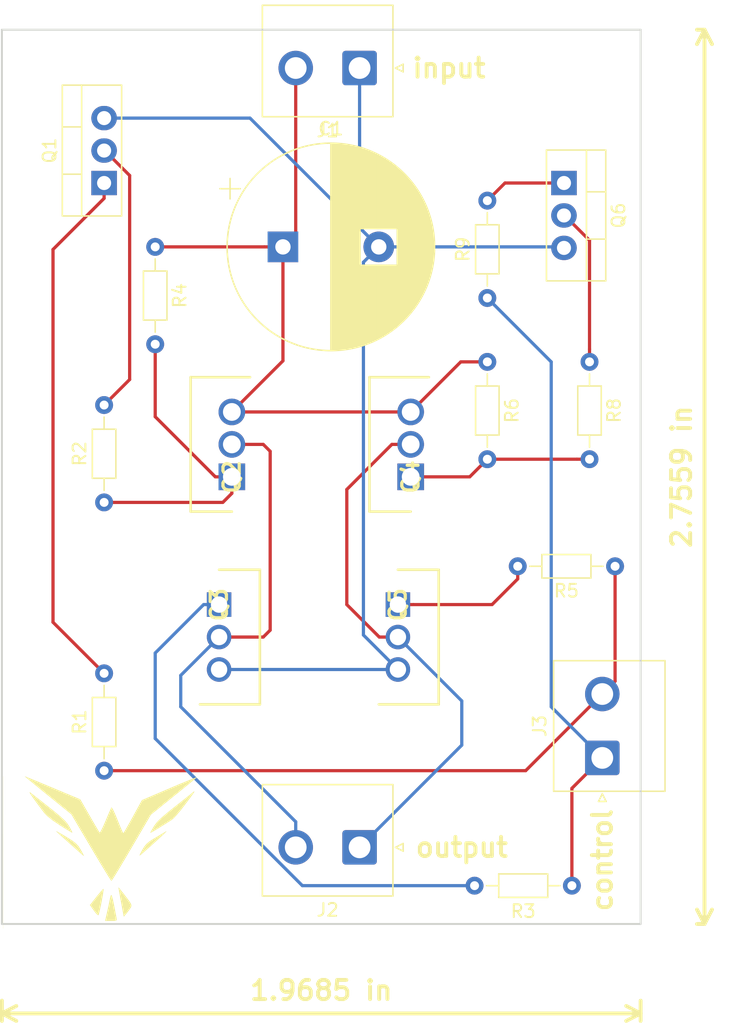
<source format=kicad_pcb>
(kicad_pcb (version 20171130) (host pcbnew "(5.0.2)-1")

  (general
    (thickness 1.6)
    (drawings 9)
    (tracks 80)
    (zones 0)
    (modules 19)
    (nets 15)
  )

  (page A4)
  (title_block
    (title "Full H-Bridge for FIGE")
    (date 10/11/2020)
    (rev 1)
    (company "Vulcain Innovation")
  )

  (layers
    (0 F.Cu signal)
    (31 B.Cu signal)
    (32 B.Adhes user)
    (33 F.Adhes user)
    (34 B.Paste user)
    (35 F.Paste user)
    (36 B.SilkS user)
    (37 F.SilkS user)
    (38 B.Mask user)
    (39 F.Mask user)
    (40 Dwgs.User user)
    (41 Cmts.User user)
    (42 Eco1.User user)
    (43 Eco2.User user)
    (44 Edge.Cuts user)
    (45 Margin user)
    (46 B.CrtYd user)
    (47 F.CrtYd user)
    (48 B.Fab user)
    (49 F.Fab user hide)
  )

  (setup
    (last_trace_width 0.25)
    (trace_clearance 0.2)
    (zone_clearance 0.508)
    (zone_45_only no)
    (trace_min 0.2)
    (segment_width 0.2)
    (edge_width 0.15)
    (via_size 0.8)
    (via_drill 0.4)
    (via_min_size 0.4)
    (via_min_drill 0.3)
    (uvia_size 0.3)
    (uvia_drill 0.1)
    (uvias_allowed no)
    (uvia_min_size 0.2)
    (uvia_min_drill 0.1)
    (pcb_text_width 0.3)
    (pcb_text_size 1.5 1.5)
    (mod_edge_width 0.15)
    (mod_text_size 1 1)
    (mod_text_width 0.15)
    (pad_size 1.524 1.524)
    (pad_drill 0.762)
    (pad_to_mask_clearance 0.051)
    (solder_mask_min_width 0.25)
    (aux_axis_origin 0 0)
    (visible_elements 7FFFFFFF)
    (pcbplotparams
      (layerselection 0x010fc_ffffffff)
      (usegerberextensions false)
      (usegerberattributes false)
      (usegerberadvancedattributes false)
      (creategerberjobfile false)
      (excludeedgelayer true)
      (linewidth 0.100000)
      (plotframeref false)
      (viasonmask false)
      (mode 1)
      (useauxorigin false)
      (hpglpennumber 1)
      (hpglpenspeed 20)
      (hpglpendiameter 15.000000)
      (psnegative false)
      (psa4output false)
      (plotreference true)
      (plotvalue true)
      (plotinvisibletext false)
      (padsonsilk false)
      (subtractmaskfromsilk false)
      (outputformat 1)
      (mirror false)
      (drillshape 1)
      (scaleselection 1)
      (outputdirectory ""))
  )

  (net 0 "")
  (net 1 VCC)
  (net 2 GND)
  (net 3 "Net-(J2-Pad1)")
  (net 4 "Net-(J2-Pad2)")
  (net 5 "Net-(J3-Pad2)")
  (net 6 "Net-(J3-Pad1)")
  (net 7 "Net-(Q1-Pad1)")
  (net 8 "Net-(Q1-Pad2)")
  (net 9 "Net-(Q2-Pad1)")
  (net 10 "Net-(Q3-Pad1)")
  (net 11 "Net-(Q4-Pad1)")
  (net 12 "Net-(Q5-Pad1)")
  (net 13 "Net-(Q6-Pad2)")
  (net 14 "Net-(Q6-Pad1)")

  (net_class Default "Ceci est la Netclass par défaut."
    (clearance 0.2)
    (trace_width 0.25)
    (via_dia 0.8)
    (via_drill 0.4)
    (uvia_dia 0.3)
    (uvia_drill 0.1)
    (add_net GND)
    (add_net "Net-(J2-Pad1)")
    (add_net "Net-(J2-Pad2)")
    (add_net "Net-(J3-Pad1)")
    (add_net "Net-(J3-Pad2)")
    (add_net "Net-(Q1-Pad1)")
    (add_net "Net-(Q1-Pad2)")
    (add_net "Net-(Q2-Pad1)")
    (add_net "Net-(Q3-Pad1)")
    (add_net "Net-(Q4-Pad1)")
    (add_net "Net-(Q5-Pad1)")
    (add_net "Net-(Q6-Pad1)")
    (add_net "Net-(Q6-Pad2)")
    (add_net VCC)
  )

  (module Capacitor_THT:CP_Radial_D16.0mm_P7.50mm (layer F.Cu) (tedit 5AE50EF1) (tstamp 5FAADA33)
    (at 127 80)
    (descr "CP, Radial series, Radial, pin pitch=7.50mm, , diameter=16mm, Electrolytic Capacitor")
    (tags "CP Radial series Radial pin pitch 7.50mm  diameter 16mm Electrolytic Capacitor")
    (path /5FAAAEAE)
    (fp_text reference C1 (at 3.75 -9.25) (layer F.SilkS)
      (effects (font (size 1 1) (thickness 0.15)))
    )
    (fp_text value 100uF (at 3.75 9.25) (layer F.Fab)
      (effects (font (size 1 1) (thickness 0.15)))
    )
    (fp_circle (center 3.75 0) (end 11.75 0) (layer F.Fab) (width 0.1))
    (fp_circle (center 3.75 0) (end 11.87 0) (layer F.SilkS) (width 0.12))
    (fp_circle (center 3.75 0) (end 12 0) (layer F.CrtYd) (width 0.05))
    (fp_line (start -3.125168 -3.5075) (end -1.525168 -3.5075) (layer F.Fab) (width 0.1))
    (fp_line (start -2.325168 -4.3075) (end -2.325168 -2.7075) (layer F.Fab) (width 0.1))
    (fp_line (start 3.75 -8.081) (end 3.75 8.081) (layer F.SilkS) (width 0.12))
    (fp_line (start 3.79 -8.08) (end 3.79 8.08) (layer F.SilkS) (width 0.12))
    (fp_line (start 3.83 -8.08) (end 3.83 8.08) (layer F.SilkS) (width 0.12))
    (fp_line (start 3.87 -8.08) (end 3.87 8.08) (layer F.SilkS) (width 0.12))
    (fp_line (start 3.91 -8.079) (end 3.91 8.079) (layer F.SilkS) (width 0.12))
    (fp_line (start 3.95 -8.078) (end 3.95 8.078) (layer F.SilkS) (width 0.12))
    (fp_line (start 3.99 -8.077) (end 3.99 8.077) (layer F.SilkS) (width 0.12))
    (fp_line (start 4.03 -8.076) (end 4.03 8.076) (layer F.SilkS) (width 0.12))
    (fp_line (start 4.07 -8.074) (end 4.07 8.074) (layer F.SilkS) (width 0.12))
    (fp_line (start 4.11 -8.073) (end 4.11 8.073) (layer F.SilkS) (width 0.12))
    (fp_line (start 4.15 -8.071) (end 4.15 8.071) (layer F.SilkS) (width 0.12))
    (fp_line (start 4.19 -8.069) (end 4.19 8.069) (layer F.SilkS) (width 0.12))
    (fp_line (start 4.23 -8.066) (end 4.23 8.066) (layer F.SilkS) (width 0.12))
    (fp_line (start 4.27 -8.064) (end 4.27 8.064) (layer F.SilkS) (width 0.12))
    (fp_line (start 4.31 -8.061) (end 4.31 8.061) (layer F.SilkS) (width 0.12))
    (fp_line (start 4.35 -8.058) (end 4.35 8.058) (layer F.SilkS) (width 0.12))
    (fp_line (start 4.39 -8.055) (end 4.39 8.055) (layer F.SilkS) (width 0.12))
    (fp_line (start 4.43 -8.052) (end 4.43 8.052) (layer F.SilkS) (width 0.12))
    (fp_line (start 4.471 -8.049) (end 4.471 8.049) (layer F.SilkS) (width 0.12))
    (fp_line (start 4.511 -8.045) (end 4.511 8.045) (layer F.SilkS) (width 0.12))
    (fp_line (start 4.551 -8.041) (end 4.551 8.041) (layer F.SilkS) (width 0.12))
    (fp_line (start 4.591 -8.037) (end 4.591 8.037) (layer F.SilkS) (width 0.12))
    (fp_line (start 4.631 -8.033) (end 4.631 8.033) (layer F.SilkS) (width 0.12))
    (fp_line (start 4.671 -8.028) (end 4.671 8.028) (layer F.SilkS) (width 0.12))
    (fp_line (start 4.711 -8.024) (end 4.711 8.024) (layer F.SilkS) (width 0.12))
    (fp_line (start 4.751 -8.019) (end 4.751 8.019) (layer F.SilkS) (width 0.12))
    (fp_line (start 4.791 -8.014) (end 4.791 8.014) (layer F.SilkS) (width 0.12))
    (fp_line (start 4.831 -8.008) (end 4.831 8.008) (layer F.SilkS) (width 0.12))
    (fp_line (start 4.871 -8.003) (end 4.871 8.003) (layer F.SilkS) (width 0.12))
    (fp_line (start 4.911 -7.997) (end 4.911 7.997) (layer F.SilkS) (width 0.12))
    (fp_line (start 4.951 -7.991) (end 4.951 7.991) (layer F.SilkS) (width 0.12))
    (fp_line (start 4.991 -7.985) (end 4.991 7.985) (layer F.SilkS) (width 0.12))
    (fp_line (start 5.031 -7.979) (end 5.031 7.979) (layer F.SilkS) (width 0.12))
    (fp_line (start 5.071 -7.972) (end 5.071 7.972) (layer F.SilkS) (width 0.12))
    (fp_line (start 5.111 -7.966) (end 5.111 7.966) (layer F.SilkS) (width 0.12))
    (fp_line (start 5.151 -7.959) (end 5.151 7.959) (layer F.SilkS) (width 0.12))
    (fp_line (start 5.191 -7.952) (end 5.191 7.952) (layer F.SilkS) (width 0.12))
    (fp_line (start 5.231 -7.944) (end 5.231 7.944) (layer F.SilkS) (width 0.12))
    (fp_line (start 5.271 -7.937) (end 5.271 7.937) (layer F.SilkS) (width 0.12))
    (fp_line (start 5.311 -7.929) (end 5.311 7.929) (layer F.SilkS) (width 0.12))
    (fp_line (start 5.351 -7.921) (end 5.351 7.921) (layer F.SilkS) (width 0.12))
    (fp_line (start 5.391 -7.913) (end 5.391 7.913) (layer F.SilkS) (width 0.12))
    (fp_line (start 5.431 -7.905) (end 5.431 7.905) (layer F.SilkS) (width 0.12))
    (fp_line (start 5.471 -7.896) (end 5.471 7.896) (layer F.SilkS) (width 0.12))
    (fp_line (start 5.511 -7.887) (end 5.511 7.887) (layer F.SilkS) (width 0.12))
    (fp_line (start 5.551 -7.878) (end 5.551 7.878) (layer F.SilkS) (width 0.12))
    (fp_line (start 5.591 -7.869) (end 5.591 7.869) (layer F.SilkS) (width 0.12))
    (fp_line (start 5.631 -7.86) (end 5.631 7.86) (layer F.SilkS) (width 0.12))
    (fp_line (start 5.671 -7.85) (end 5.671 7.85) (layer F.SilkS) (width 0.12))
    (fp_line (start 5.711 -7.84) (end 5.711 7.84) (layer F.SilkS) (width 0.12))
    (fp_line (start 5.751 -7.83) (end 5.751 7.83) (layer F.SilkS) (width 0.12))
    (fp_line (start 5.791 -7.82) (end 5.791 7.82) (layer F.SilkS) (width 0.12))
    (fp_line (start 5.831 -7.81) (end 5.831 7.81) (layer F.SilkS) (width 0.12))
    (fp_line (start 5.871 -7.799) (end 5.871 7.799) (layer F.SilkS) (width 0.12))
    (fp_line (start 5.911 -7.788) (end 5.911 7.788) (layer F.SilkS) (width 0.12))
    (fp_line (start 5.951 -7.777) (end 5.951 7.777) (layer F.SilkS) (width 0.12))
    (fp_line (start 5.991 -7.765) (end 5.991 7.765) (layer F.SilkS) (width 0.12))
    (fp_line (start 6.031 -7.754) (end 6.031 7.754) (layer F.SilkS) (width 0.12))
    (fp_line (start 6.071 -7.742) (end 6.071 -1.44) (layer F.SilkS) (width 0.12))
    (fp_line (start 6.071 1.44) (end 6.071 7.742) (layer F.SilkS) (width 0.12))
    (fp_line (start 6.111 -7.73) (end 6.111 -1.44) (layer F.SilkS) (width 0.12))
    (fp_line (start 6.111 1.44) (end 6.111 7.73) (layer F.SilkS) (width 0.12))
    (fp_line (start 6.151 -7.718) (end 6.151 -1.44) (layer F.SilkS) (width 0.12))
    (fp_line (start 6.151 1.44) (end 6.151 7.718) (layer F.SilkS) (width 0.12))
    (fp_line (start 6.191 -7.705) (end 6.191 -1.44) (layer F.SilkS) (width 0.12))
    (fp_line (start 6.191 1.44) (end 6.191 7.705) (layer F.SilkS) (width 0.12))
    (fp_line (start 6.231 -7.693) (end 6.231 -1.44) (layer F.SilkS) (width 0.12))
    (fp_line (start 6.231 1.44) (end 6.231 7.693) (layer F.SilkS) (width 0.12))
    (fp_line (start 6.271 -7.68) (end 6.271 -1.44) (layer F.SilkS) (width 0.12))
    (fp_line (start 6.271 1.44) (end 6.271 7.68) (layer F.SilkS) (width 0.12))
    (fp_line (start 6.311 -7.666) (end 6.311 -1.44) (layer F.SilkS) (width 0.12))
    (fp_line (start 6.311 1.44) (end 6.311 7.666) (layer F.SilkS) (width 0.12))
    (fp_line (start 6.351 -7.653) (end 6.351 -1.44) (layer F.SilkS) (width 0.12))
    (fp_line (start 6.351 1.44) (end 6.351 7.653) (layer F.SilkS) (width 0.12))
    (fp_line (start 6.391 -7.639) (end 6.391 -1.44) (layer F.SilkS) (width 0.12))
    (fp_line (start 6.391 1.44) (end 6.391 7.639) (layer F.SilkS) (width 0.12))
    (fp_line (start 6.431 -7.625) (end 6.431 -1.44) (layer F.SilkS) (width 0.12))
    (fp_line (start 6.431 1.44) (end 6.431 7.625) (layer F.SilkS) (width 0.12))
    (fp_line (start 6.471 -7.611) (end 6.471 -1.44) (layer F.SilkS) (width 0.12))
    (fp_line (start 6.471 1.44) (end 6.471 7.611) (layer F.SilkS) (width 0.12))
    (fp_line (start 6.511 -7.597) (end 6.511 -1.44) (layer F.SilkS) (width 0.12))
    (fp_line (start 6.511 1.44) (end 6.511 7.597) (layer F.SilkS) (width 0.12))
    (fp_line (start 6.551 -7.582) (end 6.551 -1.44) (layer F.SilkS) (width 0.12))
    (fp_line (start 6.551 1.44) (end 6.551 7.582) (layer F.SilkS) (width 0.12))
    (fp_line (start 6.591 -7.568) (end 6.591 -1.44) (layer F.SilkS) (width 0.12))
    (fp_line (start 6.591 1.44) (end 6.591 7.568) (layer F.SilkS) (width 0.12))
    (fp_line (start 6.631 -7.553) (end 6.631 -1.44) (layer F.SilkS) (width 0.12))
    (fp_line (start 6.631 1.44) (end 6.631 7.553) (layer F.SilkS) (width 0.12))
    (fp_line (start 6.671 -7.537) (end 6.671 -1.44) (layer F.SilkS) (width 0.12))
    (fp_line (start 6.671 1.44) (end 6.671 7.537) (layer F.SilkS) (width 0.12))
    (fp_line (start 6.711 -7.522) (end 6.711 -1.44) (layer F.SilkS) (width 0.12))
    (fp_line (start 6.711 1.44) (end 6.711 7.522) (layer F.SilkS) (width 0.12))
    (fp_line (start 6.751 -7.506) (end 6.751 -1.44) (layer F.SilkS) (width 0.12))
    (fp_line (start 6.751 1.44) (end 6.751 7.506) (layer F.SilkS) (width 0.12))
    (fp_line (start 6.791 -7.49) (end 6.791 -1.44) (layer F.SilkS) (width 0.12))
    (fp_line (start 6.791 1.44) (end 6.791 7.49) (layer F.SilkS) (width 0.12))
    (fp_line (start 6.831 -7.474) (end 6.831 -1.44) (layer F.SilkS) (width 0.12))
    (fp_line (start 6.831 1.44) (end 6.831 7.474) (layer F.SilkS) (width 0.12))
    (fp_line (start 6.871 -7.457) (end 6.871 -1.44) (layer F.SilkS) (width 0.12))
    (fp_line (start 6.871 1.44) (end 6.871 7.457) (layer F.SilkS) (width 0.12))
    (fp_line (start 6.911 -7.44) (end 6.911 -1.44) (layer F.SilkS) (width 0.12))
    (fp_line (start 6.911 1.44) (end 6.911 7.44) (layer F.SilkS) (width 0.12))
    (fp_line (start 6.951 -7.423) (end 6.951 -1.44) (layer F.SilkS) (width 0.12))
    (fp_line (start 6.951 1.44) (end 6.951 7.423) (layer F.SilkS) (width 0.12))
    (fp_line (start 6.991 -7.406) (end 6.991 -1.44) (layer F.SilkS) (width 0.12))
    (fp_line (start 6.991 1.44) (end 6.991 7.406) (layer F.SilkS) (width 0.12))
    (fp_line (start 7.031 -7.389) (end 7.031 -1.44) (layer F.SilkS) (width 0.12))
    (fp_line (start 7.031 1.44) (end 7.031 7.389) (layer F.SilkS) (width 0.12))
    (fp_line (start 7.071 -7.371) (end 7.071 -1.44) (layer F.SilkS) (width 0.12))
    (fp_line (start 7.071 1.44) (end 7.071 7.371) (layer F.SilkS) (width 0.12))
    (fp_line (start 7.111 -7.353) (end 7.111 -1.44) (layer F.SilkS) (width 0.12))
    (fp_line (start 7.111 1.44) (end 7.111 7.353) (layer F.SilkS) (width 0.12))
    (fp_line (start 7.151 -7.334) (end 7.151 -1.44) (layer F.SilkS) (width 0.12))
    (fp_line (start 7.151 1.44) (end 7.151 7.334) (layer F.SilkS) (width 0.12))
    (fp_line (start 7.191 -7.316) (end 7.191 -1.44) (layer F.SilkS) (width 0.12))
    (fp_line (start 7.191 1.44) (end 7.191 7.316) (layer F.SilkS) (width 0.12))
    (fp_line (start 7.231 -7.297) (end 7.231 -1.44) (layer F.SilkS) (width 0.12))
    (fp_line (start 7.231 1.44) (end 7.231 7.297) (layer F.SilkS) (width 0.12))
    (fp_line (start 7.271 -7.278) (end 7.271 -1.44) (layer F.SilkS) (width 0.12))
    (fp_line (start 7.271 1.44) (end 7.271 7.278) (layer F.SilkS) (width 0.12))
    (fp_line (start 7.311 -7.258) (end 7.311 -1.44) (layer F.SilkS) (width 0.12))
    (fp_line (start 7.311 1.44) (end 7.311 7.258) (layer F.SilkS) (width 0.12))
    (fp_line (start 7.351 -7.239) (end 7.351 -1.44) (layer F.SilkS) (width 0.12))
    (fp_line (start 7.351 1.44) (end 7.351 7.239) (layer F.SilkS) (width 0.12))
    (fp_line (start 7.391 -7.219) (end 7.391 -1.44) (layer F.SilkS) (width 0.12))
    (fp_line (start 7.391 1.44) (end 7.391 7.219) (layer F.SilkS) (width 0.12))
    (fp_line (start 7.431 -7.199) (end 7.431 -1.44) (layer F.SilkS) (width 0.12))
    (fp_line (start 7.431 1.44) (end 7.431 7.199) (layer F.SilkS) (width 0.12))
    (fp_line (start 7.471 -7.178) (end 7.471 -1.44) (layer F.SilkS) (width 0.12))
    (fp_line (start 7.471 1.44) (end 7.471 7.178) (layer F.SilkS) (width 0.12))
    (fp_line (start 7.511 -7.157) (end 7.511 -1.44) (layer F.SilkS) (width 0.12))
    (fp_line (start 7.511 1.44) (end 7.511 7.157) (layer F.SilkS) (width 0.12))
    (fp_line (start 7.551 -7.136) (end 7.551 -1.44) (layer F.SilkS) (width 0.12))
    (fp_line (start 7.551 1.44) (end 7.551 7.136) (layer F.SilkS) (width 0.12))
    (fp_line (start 7.591 -7.115) (end 7.591 -1.44) (layer F.SilkS) (width 0.12))
    (fp_line (start 7.591 1.44) (end 7.591 7.115) (layer F.SilkS) (width 0.12))
    (fp_line (start 7.631 -7.094) (end 7.631 -1.44) (layer F.SilkS) (width 0.12))
    (fp_line (start 7.631 1.44) (end 7.631 7.094) (layer F.SilkS) (width 0.12))
    (fp_line (start 7.671 -7.072) (end 7.671 -1.44) (layer F.SilkS) (width 0.12))
    (fp_line (start 7.671 1.44) (end 7.671 7.072) (layer F.SilkS) (width 0.12))
    (fp_line (start 7.711 -7.049) (end 7.711 -1.44) (layer F.SilkS) (width 0.12))
    (fp_line (start 7.711 1.44) (end 7.711 7.049) (layer F.SilkS) (width 0.12))
    (fp_line (start 7.751 -7.027) (end 7.751 -1.44) (layer F.SilkS) (width 0.12))
    (fp_line (start 7.751 1.44) (end 7.751 7.027) (layer F.SilkS) (width 0.12))
    (fp_line (start 7.791 -7.004) (end 7.791 -1.44) (layer F.SilkS) (width 0.12))
    (fp_line (start 7.791 1.44) (end 7.791 7.004) (layer F.SilkS) (width 0.12))
    (fp_line (start 7.831 -6.981) (end 7.831 -1.44) (layer F.SilkS) (width 0.12))
    (fp_line (start 7.831 1.44) (end 7.831 6.981) (layer F.SilkS) (width 0.12))
    (fp_line (start 7.871 -6.958) (end 7.871 -1.44) (layer F.SilkS) (width 0.12))
    (fp_line (start 7.871 1.44) (end 7.871 6.958) (layer F.SilkS) (width 0.12))
    (fp_line (start 7.911 -6.934) (end 7.911 -1.44) (layer F.SilkS) (width 0.12))
    (fp_line (start 7.911 1.44) (end 7.911 6.934) (layer F.SilkS) (width 0.12))
    (fp_line (start 7.951 -6.91) (end 7.951 -1.44) (layer F.SilkS) (width 0.12))
    (fp_line (start 7.951 1.44) (end 7.951 6.91) (layer F.SilkS) (width 0.12))
    (fp_line (start 7.991 -6.886) (end 7.991 -1.44) (layer F.SilkS) (width 0.12))
    (fp_line (start 7.991 1.44) (end 7.991 6.886) (layer F.SilkS) (width 0.12))
    (fp_line (start 8.031 -6.861) (end 8.031 -1.44) (layer F.SilkS) (width 0.12))
    (fp_line (start 8.031 1.44) (end 8.031 6.861) (layer F.SilkS) (width 0.12))
    (fp_line (start 8.071 -6.836) (end 8.071 -1.44) (layer F.SilkS) (width 0.12))
    (fp_line (start 8.071 1.44) (end 8.071 6.836) (layer F.SilkS) (width 0.12))
    (fp_line (start 8.111 -6.811) (end 8.111 -1.44) (layer F.SilkS) (width 0.12))
    (fp_line (start 8.111 1.44) (end 8.111 6.811) (layer F.SilkS) (width 0.12))
    (fp_line (start 8.151 -6.785) (end 8.151 -1.44) (layer F.SilkS) (width 0.12))
    (fp_line (start 8.151 1.44) (end 8.151 6.785) (layer F.SilkS) (width 0.12))
    (fp_line (start 8.191 -6.759) (end 8.191 -1.44) (layer F.SilkS) (width 0.12))
    (fp_line (start 8.191 1.44) (end 8.191 6.759) (layer F.SilkS) (width 0.12))
    (fp_line (start 8.231 -6.733) (end 8.231 -1.44) (layer F.SilkS) (width 0.12))
    (fp_line (start 8.231 1.44) (end 8.231 6.733) (layer F.SilkS) (width 0.12))
    (fp_line (start 8.271 -6.706) (end 8.271 -1.44) (layer F.SilkS) (width 0.12))
    (fp_line (start 8.271 1.44) (end 8.271 6.706) (layer F.SilkS) (width 0.12))
    (fp_line (start 8.311 -6.679) (end 8.311 -1.44) (layer F.SilkS) (width 0.12))
    (fp_line (start 8.311 1.44) (end 8.311 6.679) (layer F.SilkS) (width 0.12))
    (fp_line (start 8.351 -6.652) (end 8.351 -1.44) (layer F.SilkS) (width 0.12))
    (fp_line (start 8.351 1.44) (end 8.351 6.652) (layer F.SilkS) (width 0.12))
    (fp_line (start 8.391 -6.624) (end 8.391 -1.44) (layer F.SilkS) (width 0.12))
    (fp_line (start 8.391 1.44) (end 8.391 6.624) (layer F.SilkS) (width 0.12))
    (fp_line (start 8.431 -6.596) (end 8.431 -1.44) (layer F.SilkS) (width 0.12))
    (fp_line (start 8.431 1.44) (end 8.431 6.596) (layer F.SilkS) (width 0.12))
    (fp_line (start 8.471 -6.568) (end 8.471 -1.44) (layer F.SilkS) (width 0.12))
    (fp_line (start 8.471 1.44) (end 8.471 6.568) (layer F.SilkS) (width 0.12))
    (fp_line (start 8.511 -6.539) (end 8.511 -1.44) (layer F.SilkS) (width 0.12))
    (fp_line (start 8.511 1.44) (end 8.511 6.539) (layer F.SilkS) (width 0.12))
    (fp_line (start 8.551 -6.51) (end 8.551 -1.44) (layer F.SilkS) (width 0.12))
    (fp_line (start 8.551 1.44) (end 8.551 6.51) (layer F.SilkS) (width 0.12))
    (fp_line (start 8.591 -6.48) (end 8.591 -1.44) (layer F.SilkS) (width 0.12))
    (fp_line (start 8.591 1.44) (end 8.591 6.48) (layer F.SilkS) (width 0.12))
    (fp_line (start 8.631 -6.45) (end 8.631 -1.44) (layer F.SilkS) (width 0.12))
    (fp_line (start 8.631 1.44) (end 8.631 6.45) (layer F.SilkS) (width 0.12))
    (fp_line (start 8.671 -6.42) (end 8.671 -1.44) (layer F.SilkS) (width 0.12))
    (fp_line (start 8.671 1.44) (end 8.671 6.42) (layer F.SilkS) (width 0.12))
    (fp_line (start 8.711 -6.39) (end 8.711 -1.44) (layer F.SilkS) (width 0.12))
    (fp_line (start 8.711 1.44) (end 8.711 6.39) (layer F.SilkS) (width 0.12))
    (fp_line (start 8.751 -6.358) (end 8.751 -1.44) (layer F.SilkS) (width 0.12))
    (fp_line (start 8.751 1.44) (end 8.751 6.358) (layer F.SilkS) (width 0.12))
    (fp_line (start 8.791 -6.327) (end 8.791 -1.44) (layer F.SilkS) (width 0.12))
    (fp_line (start 8.791 1.44) (end 8.791 6.327) (layer F.SilkS) (width 0.12))
    (fp_line (start 8.831 -6.295) (end 8.831 -1.44) (layer F.SilkS) (width 0.12))
    (fp_line (start 8.831 1.44) (end 8.831 6.295) (layer F.SilkS) (width 0.12))
    (fp_line (start 8.871 -6.263) (end 8.871 -1.44) (layer F.SilkS) (width 0.12))
    (fp_line (start 8.871 1.44) (end 8.871 6.263) (layer F.SilkS) (width 0.12))
    (fp_line (start 8.911 -6.23) (end 8.911 -1.44) (layer F.SilkS) (width 0.12))
    (fp_line (start 8.911 1.44) (end 8.911 6.23) (layer F.SilkS) (width 0.12))
    (fp_line (start 8.951 -6.197) (end 8.951 6.197) (layer F.SilkS) (width 0.12))
    (fp_line (start 8.991 -6.163) (end 8.991 6.163) (layer F.SilkS) (width 0.12))
    (fp_line (start 9.031 -6.129) (end 9.031 6.129) (layer F.SilkS) (width 0.12))
    (fp_line (start 9.071 -6.095) (end 9.071 6.095) (layer F.SilkS) (width 0.12))
    (fp_line (start 9.111 -6.06) (end 9.111 6.06) (layer F.SilkS) (width 0.12))
    (fp_line (start 9.151 -6.025) (end 9.151 6.025) (layer F.SilkS) (width 0.12))
    (fp_line (start 9.191 -5.989) (end 9.191 5.989) (layer F.SilkS) (width 0.12))
    (fp_line (start 9.231 -5.952) (end 9.231 5.952) (layer F.SilkS) (width 0.12))
    (fp_line (start 9.271 -5.916) (end 9.271 5.916) (layer F.SilkS) (width 0.12))
    (fp_line (start 9.311 -5.878) (end 9.311 5.878) (layer F.SilkS) (width 0.12))
    (fp_line (start 9.351 -5.84) (end 9.351 5.84) (layer F.SilkS) (width 0.12))
    (fp_line (start 9.391 -5.802) (end 9.391 5.802) (layer F.SilkS) (width 0.12))
    (fp_line (start 9.431 -5.763) (end 9.431 5.763) (layer F.SilkS) (width 0.12))
    (fp_line (start 9.471 -5.724) (end 9.471 5.724) (layer F.SilkS) (width 0.12))
    (fp_line (start 9.511 -5.684) (end 9.511 5.684) (layer F.SilkS) (width 0.12))
    (fp_line (start 9.551 -5.643) (end 9.551 5.643) (layer F.SilkS) (width 0.12))
    (fp_line (start 9.591 -5.602) (end 9.591 5.602) (layer F.SilkS) (width 0.12))
    (fp_line (start 9.631 -5.56) (end 9.631 5.56) (layer F.SilkS) (width 0.12))
    (fp_line (start 9.671 -5.518) (end 9.671 5.518) (layer F.SilkS) (width 0.12))
    (fp_line (start 9.711 -5.475) (end 9.711 5.475) (layer F.SilkS) (width 0.12))
    (fp_line (start 9.751 -5.432) (end 9.751 5.432) (layer F.SilkS) (width 0.12))
    (fp_line (start 9.791 -5.388) (end 9.791 5.388) (layer F.SilkS) (width 0.12))
    (fp_line (start 9.831 -5.343) (end 9.831 5.343) (layer F.SilkS) (width 0.12))
    (fp_line (start 9.871 -5.297) (end 9.871 5.297) (layer F.SilkS) (width 0.12))
    (fp_line (start 9.911 -5.251) (end 9.911 5.251) (layer F.SilkS) (width 0.12))
    (fp_line (start 9.951 -5.204) (end 9.951 5.204) (layer F.SilkS) (width 0.12))
    (fp_line (start 9.991 -5.156) (end 9.991 5.156) (layer F.SilkS) (width 0.12))
    (fp_line (start 10.031 -5.108) (end 10.031 5.108) (layer F.SilkS) (width 0.12))
    (fp_line (start 10.071 -5.059) (end 10.071 5.059) (layer F.SilkS) (width 0.12))
    (fp_line (start 10.111 -5.009) (end 10.111 5.009) (layer F.SilkS) (width 0.12))
    (fp_line (start 10.151 -4.958) (end 10.151 4.958) (layer F.SilkS) (width 0.12))
    (fp_line (start 10.191 -4.906) (end 10.191 4.906) (layer F.SilkS) (width 0.12))
    (fp_line (start 10.231 -4.854) (end 10.231 4.854) (layer F.SilkS) (width 0.12))
    (fp_line (start 10.271 -4.8) (end 10.271 4.8) (layer F.SilkS) (width 0.12))
    (fp_line (start 10.311 -4.746) (end 10.311 4.746) (layer F.SilkS) (width 0.12))
    (fp_line (start 10.351 -4.691) (end 10.351 4.691) (layer F.SilkS) (width 0.12))
    (fp_line (start 10.391 -4.634) (end 10.391 4.634) (layer F.SilkS) (width 0.12))
    (fp_line (start 10.431 -4.577) (end 10.431 4.577) (layer F.SilkS) (width 0.12))
    (fp_line (start 10.471 -4.519) (end 10.471 4.519) (layer F.SilkS) (width 0.12))
    (fp_line (start 10.511 -4.459) (end 10.511 4.459) (layer F.SilkS) (width 0.12))
    (fp_line (start 10.551 -4.398) (end 10.551 4.398) (layer F.SilkS) (width 0.12))
    (fp_line (start 10.591 -4.336) (end 10.591 4.336) (layer F.SilkS) (width 0.12))
    (fp_line (start 10.631 -4.273) (end 10.631 4.273) (layer F.SilkS) (width 0.12))
    (fp_line (start 10.671 -4.209) (end 10.671 4.209) (layer F.SilkS) (width 0.12))
    (fp_line (start 10.711 -4.143) (end 10.711 4.143) (layer F.SilkS) (width 0.12))
    (fp_line (start 10.751 -4.076) (end 10.751 4.076) (layer F.SilkS) (width 0.12))
    (fp_line (start 10.791 -4.007) (end 10.791 4.007) (layer F.SilkS) (width 0.12))
    (fp_line (start 10.831 -3.936) (end 10.831 3.936) (layer F.SilkS) (width 0.12))
    (fp_line (start 10.871 -3.864) (end 10.871 3.864) (layer F.SilkS) (width 0.12))
    (fp_line (start 10.911 -3.79) (end 10.911 3.79) (layer F.SilkS) (width 0.12))
    (fp_line (start 10.951 -3.715) (end 10.951 3.715) (layer F.SilkS) (width 0.12))
    (fp_line (start 10.991 -3.637) (end 10.991 3.637) (layer F.SilkS) (width 0.12))
    (fp_line (start 11.031 -3.557) (end 11.031 3.557) (layer F.SilkS) (width 0.12))
    (fp_line (start 11.071 -3.475) (end 11.071 3.475) (layer F.SilkS) (width 0.12))
    (fp_line (start 11.111 -3.39) (end 11.111 3.39) (layer F.SilkS) (width 0.12))
    (fp_line (start 11.151 -3.303) (end 11.151 3.303) (layer F.SilkS) (width 0.12))
    (fp_line (start 11.191 -3.213) (end 11.191 3.213) (layer F.SilkS) (width 0.12))
    (fp_line (start 11.231 -3.12) (end 11.231 3.12) (layer F.SilkS) (width 0.12))
    (fp_line (start 11.271 -3.024) (end 11.271 3.024) (layer F.SilkS) (width 0.12))
    (fp_line (start 11.311 -2.924) (end 11.311 2.924) (layer F.SilkS) (width 0.12))
    (fp_line (start 11.351 -2.82) (end 11.351 2.82) (layer F.SilkS) (width 0.12))
    (fp_line (start 11.391 -2.711) (end 11.391 2.711) (layer F.SilkS) (width 0.12))
    (fp_line (start 11.431 -2.597) (end 11.431 2.597) (layer F.SilkS) (width 0.12))
    (fp_line (start 11.471 -2.478) (end 11.471 2.478) (layer F.SilkS) (width 0.12))
    (fp_line (start 11.511 -2.351) (end 11.511 2.351) (layer F.SilkS) (width 0.12))
    (fp_line (start 11.551 -2.218) (end 11.551 2.218) (layer F.SilkS) (width 0.12))
    (fp_line (start 11.591 -2.074) (end 11.591 2.074) (layer F.SilkS) (width 0.12))
    (fp_line (start 11.631 -1.92) (end 11.631 1.92) (layer F.SilkS) (width 0.12))
    (fp_line (start 11.671 -1.752) (end 11.671 1.752) (layer F.SilkS) (width 0.12))
    (fp_line (start 11.711 -1.564) (end 11.711 1.564) (layer F.SilkS) (width 0.12))
    (fp_line (start 11.751 -1.351) (end 11.751 1.351) (layer F.SilkS) (width 0.12))
    (fp_line (start 11.791 -1.098) (end 11.791 1.098) (layer F.SilkS) (width 0.12))
    (fp_line (start 11.831 -0.765) (end 11.831 0.765) (layer F.SilkS) (width 0.12))
    (fp_line (start -4.939491 -4.555) (end -3.339491 -4.555) (layer F.SilkS) (width 0.12))
    (fp_line (start -4.139491 -5.355) (end -4.139491 -3.755) (layer F.SilkS) (width 0.12))
    (fp_text user %R (at 3.75 0) (layer F.Fab)
      (effects (font (size 1 1) (thickness 0.15)))
    )
    (pad 1 thru_hole rect (at 0 0) (size 2.4 2.4) (drill 1.2) (layers *.Cu *.Mask)
      (net 1 VCC))
    (pad 2 thru_hole circle (at 7.5 0) (size 2.4 2.4) (drill 1.2) (layers *.Cu *.Mask)
      (net 2 GND))
    (model ${KISYS3DMOD}/Capacitor_THT.3dshapes/CP_Radial_D16.0mm_P7.50mm.wrl
      (at (xyz 0 0 0))
      (scale (xyz 1 1 1))
      (rotate (xyz 0 0 0))
    )
  )

  (module Connector_JST:JST_NV_B02P-NV_1x02_P5.00mm_Vertical (layer F.Cu) (tedit 5B774480) (tstamp 5FAADA4C)
    (at 133 66 180)
    (descr "JST NV series connector, B02P-NV (http://www.jst-mfg.com/product/pdf/eng/eNV.pdf), generated with kicad-footprint-generator")
    (tags "connector JST NV side entry")
    (path /5FAB0816)
    (fp_text reference J1 (at 2.5 -4.9 180) (layer F.SilkS)
      (effects (font (size 1 1) (thickness 0.15)))
    )
    (fp_text value Conn_01x02_Female (at 2.5 6 180) (layer F.Fab)
      (effects (font (size 1 1) (thickness 0.15)))
    )
    (fp_line (start -2.5 -3.7) (end -2.5 4.8) (layer F.Fab) (width 0.1))
    (fp_line (start -2.5 4.8) (end 7.5 4.8) (layer F.Fab) (width 0.1))
    (fp_line (start 7.5 4.8) (end 7.5 -3.7) (layer F.Fab) (width 0.1))
    (fp_line (start 7.5 -3.7) (end -2.5 -3.7) (layer F.Fab) (width 0.1))
    (fp_line (start -2.5 -2) (end 7.5 -2) (layer F.Fab) (width 0.1))
    (fp_line (start -2.5 -1) (end -1.5 0) (layer F.Fab) (width 0.1))
    (fp_line (start -2.5 1) (end -1.5 0) (layer F.Fab) (width 0.1))
    (fp_line (start -3 -4.2) (end -3 5.3) (layer F.CrtYd) (width 0.05))
    (fp_line (start -3 5.3) (end 8 5.3) (layer F.CrtYd) (width 0.05))
    (fp_line (start 8 5.3) (end 8 -4.2) (layer F.CrtYd) (width 0.05))
    (fp_line (start 8 -4.2) (end -3 -4.2) (layer F.CrtYd) (width 0.05))
    (fp_line (start -2.61 -3.81) (end -2.61 4.91) (layer F.SilkS) (width 0.12))
    (fp_line (start -2.61 4.91) (end 7.61 4.91) (layer F.SilkS) (width 0.12))
    (fp_line (start 7.61 4.91) (end 7.61 -3.81) (layer F.SilkS) (width 0.12))
    (fp_line (start 7.61 -3.81) (end -2.61 -3.81) (layer F.SilkS) (width 0.12))
    (fp_line (start -2.81 0) (end -3.41 0.3) (layer F.SilkS) (width 0.12))
    (fp_line (start -3.41 0.3) (end -3.41 -0.3) (layer F.SilkS) (width 0.12))
    (fp_line (start -3.41 -0.3) (end -2.81 0) (layer F.SilkS) (width 0.12))
    (fp_text user %R (at 2.5 4.1 180) (layer F.Fab)
      (effects (font (size 1 1) (thickness 0.15)))
    )
    (pad 1 thru_hole roundrect (at 0 0 180) (size 2.7 2.7) (drill 1.7) (layers *.Cu *.Mask) (roundrect_rratio 0.09259299999999999)
      (net 2 GND))
    (pad 2 thru_hole circle (at 5 0 180) (size 2.7 2.7) (drill 1.7) (layers *.Cu *.Mask)
      (net 1 VCC))
    (model ${KISYS3DMOD}/Connector_JST.3dshapes/JST_NV_B02P-NV_1x02_P5.00mm_Vertical.wrl
      (at (xyz 0 0 0))
      (scale (xyz 1 1 1))
      (rotate (xyz 0 0 0))
    )
  )

  (module Connector_JST:JST_NV_B02P-NV_1x02_P5.00mm_Vertical (layer F.Cu) (tedit 5B774480) (tstamp 5FAADA65)
    (at 133 127 180)
    (descr "JST NV series connector, B02P-NV (http://www.jst-mfg.com/product/pdf/eng/eNV.pdf), generated with kicad-footprint-generator")
    (tags "connector JST NV side entry")
    (path /5FAAE983)
    (fp_text reference J2 (at 2.5 -4.9 180) (layer F.SilkS)
      (effects (font (size 1 1) (thickness 0.15)))
    )
    (fp_text value Conn_01x02_Female (at 2.5 6 180) (layer F.Fab)
      (effects (font (size 1 1) (thickness 0.15)))
    )
    (fp_line (start -2.5 -3.7) (end -2.5 4.8) (layer F.Fab) (width 0.1))
    (fp_line (start -2.5 4.8) (end 7.5 4.8) (layer F.Fab) (width 0.1))
    (fp_line (start 7.5 4.8) (end 7.5 -3.7) (layer F.Fab) (width 0.1))
    (fp_line (start 7.5 -3.7) (end -2.5 -3.7) (layer F.Fab) (width 0.1))
    (fp_line (start -2.5 -2) (end 7.5 -2) (layer F.Fab) (width 0.1))
    (fp_line (start -2.5 -1) (end -1.5 0) (layer F.Fab) (width 0.1))
    (fp_line (start -2.5 1) (end -1.5 0) (layer F.Fab) (width 0.1))
    (fp_line (start -3 -4.2) (end -3 5.3) (layer F.CrtYd) (width 0.05))
    (fp_line (start -3 5.3) (end 8 5.3) (layer F.CrtYd) (width 0.05))
    (fp_line (start 8 5.3) (end 8 -4.2) (layer F.CrtYd) (width 0.05))
    (fp_line (start 8 -4.2) (end -3 -4.2) (layer F.CrtYd) (width 0.05))
    (fp_line (start -2.61 -3.81) (end -2.61 4.91) (layer F.SilkS) (width 0.12))
    (fp_line (start -2.61 4.91) (end 7.61 4.91) (layer F.SilkS) (width 0.12))
    (fp_line (start 7.61 4.91) (end 7.61 -3.81) (layer F.SilkS) (width 0.12))
    (fp_line (start 7.61 -3.81) (end -2.61 -3.81) (layer F.SilkS) (width 0.12))
    (fp_line (start -2.81 0) (end -3.41 0.3) (layer F.SilkS) (width 0.12))
    (fp_line (start -3.41 0.3) (end -3.41 -0.3) (layer F.SilkS) (width 0.12))
    (fp_line (start -3.41 -0.3) (end -2.81 0) (layer F.SilkS) (width 0.12))
    (fp_text user %R (at 2.5 4.1 180) (layer F.Fab)
      (effects (font (size 1 1) (thickness 0.15)))
    )
    (pad 1 thru_hole roundrect (at 0 0 180) (size 2.7 2.7) (drill 1.7) (layers *.Cu *.Mask) (roundrect_rratio 0.09259299999999999)
      (net 3 "Net-(J2-Pad1)"))
    (pad 2 thru_hole circle (at 5 0 180) (size 2.7 2.7) (drill 1.7) (layers *.Cu *.Mask)
      (net 4 "Net-(J2-Pad2)"))
    (model ${KISYS3DMOD}/Connector_JST.3dshapes/JST_NV_B02P-NV_1x02_P5.00mm_Vertical.wrl
      (at (xyz 0 0 0))
      (scale (xyz 1 1 1))
      (rotate (xyz 0 0 0))
    )
  )

  (module Connector_JST:JST_NV_B02P-NV_1x02_P5.00mm_Vertical (layer F.Cu) (tedit 5B774480) (tstamp 5FAADA7E)
    (at 152 120 90)
    (descr "JST NV series connector, B02P-NV (http://www.jst-mfg.com/product/pdf/eng/eNV.pdf), generated with kicad-footprint-generator")
    (tags "connector JST NV side entry")
    (path /5FAAFB48)
    (fp_text reference J3 (at 2.5 -4.9 90) (layer F.SilkS)
      (effects (font (size 1 1) (thickness 0.15)))
    )
    (fp_text value Conn_01x02_Female (at 2.5 6 90) (layer F.Fab)
      (effects (font (size 1 1) (thickness 0.15)))
    )
    (fp_text user %R (at 2.5 4.1 90) (layer F.Fab)
      (effects (font (size 1 1) (thickness 0.15)))
    )
    (fp_line (start -3.41 -0.3) (end -2.81 0) (layer F.SilkS) (width 0.12))
    (fp_line (start -3.41 0.3) (end -3.41 -0.3) (layer F.SilkS) (width 0.12))
    (fp_line (start -2.81 0) (end -3.41 0.3) (layer F.SilkS) (width 0.12))
    (fp_line (start 7.61 -3.81) (end -2.61 -3.81) (layer F.SilkS) (width 0.12))
    (fp_line (start 7.61 4.91) (end 7.61 -3.81) (layer F.SilkS) (width 0.12))
    (fp_line (start -2.61 4.91) (end 7.61 4.91) (layer F.SilkS) (width 0.12))
    (fp_line (start -2.61 -3.81) (end -2.61 4.91) (layer F.SilkS) (width 0.12))
    (fp_line (start 8 -4.2) (end -3 -4.2) (layer F.CrtYd) (width 0.05))
    (fp_line (start 8 5.3) (end 8 -4.2) (layer F.CrtYd) (width 0.05))
    (fp_line (start -3 5.3) (end 8 5.3) (layer F.CrtYd) (width 0.05))
    (fp_line (start -3 -4.2) (end -3 5.3) (layer F.CrtYd) (width 0.05))
    (fp_line (start -2.5 1) (end -1.5 0) (layer F.Fab) (width 0.1))
    (fp_line (start -2.5 -1) (end -1.5 0) (layer F.Fab) (width 0.1))
    (fp_line (start -2.5 -2) (end 7.5 -2) (layer F.Fab) (width 0.1))
    (fp_line (start 7.5 -3.7) (end -2.5 -3.7) (layer F.Fab) (width 0.1))
    (fp_line (start 7.5 4.8) (end 7.5 -3.7) (layer F.Fab) (width 0.1))
    (fp_line (start -2.5 4.8) (end 7.5 4.8) (layer F.Fab) (width 0.1))
    (fp_line (start -2.5 -3.7) (end -2.5 4.8) (layer F.Fab) (width 0.1))
    (pad 2 thru_hole circle (at 5 0 90) (size 2.7 2.7) (drill 1.7) (layers *.Cu *.Mask)
      (net 5 "Net-(J3-Pad2)"))
    (pad 1 thru_hole roundrect (at 0 0 90) (size 2.7 2.7) (drill 1.7) (layers *.Cu *.Mask) (roundrect_rratio 0.09259299999999999)
      (net 6 "Net-(J3-Pad1)"))
    (model ${KISYS3DMOD}/Connector_JST.3dshapes/JST_NV_B02P-NV_1x02_P5.00mm_Vertical.wrl
      (at (xyz 0 0 0))
      (scale (xyz 1 1 1))
      (rotate (xyz 0 0 0))
    )
  )

  (module Package_TO_SOT_THT:TO-220-3_Vertical (layer F.Cu) (tedit 5AC8BA0D) (tstamp 5FAADA98)
    (at 113 75 90)
    (descr "TO-220-3, Vertical, RM 2.54mm, see https://www.vishay.com/docs/66542/to-220-1.pdf")
    (tags "TO-220-3 Vertical RM 2.54mm")
    (path /5FAAADD9)
    (fp_text reference Q1 (at 2.54 -4.27 90) (layer F.SilkS)
      (effects (font (size 1 1) (thickness 0.15)))
    )
    (fp_text value TIP41 (at 2.54 2.5 90) (layer F.Fab)
      (effects (font (size 1 1) (thickness 0.15)))
    )
    (fp_line (start -2.46 -3.15) (end -2.46 1.25) (layer F.Fab) (width 0.1))
    (fp_line (start -2.46 1.25) (end 7.54 1.25) (layer F.Fab) (width 0.1))
    (fp_line (start 7.54 1.25) (end 7.54 -3.15) (layer F.Fab) (width 0.1))
    (fp_line (start 7.54 -3.15) (end -2.46 -3.15) (layer F.Fab) (width 0.1))
    (fp_line (start -2.46 -1.88) (end 7.54 -1.88) (layer F.Fab) (width 0.1))
    (fp_line (start 0.69 -3.15) (end 0.69 -1.88) (layer F.Fab) (width 0.1))
    (fp_line (start 4.39 -3.15) (end 4.39 -1.88) (layer F.Fab) (width 0.1))
    (fp_line (start -2.58 -3.27) (end 7.66 -3.27) (layer F.SilkS) (width 0.12))
    (fp_line (start -2.58 1.371) (end 7.66 1.371) (layer F.SilkS) (width 0.12))
    (fp_line (start -2.58 -3.27) (end -2.58 1.371) (layer F.SilkS) (width 0.12))
    (fp_line (start 7.66 -3.27) (end 7.66 1.371) (layer F.SilkS) (width 0.12))
    (fp_line (start -2.58 -1.76) (end 7.66 -1.76) (layer F.SilkS) (width 0.12))
    (fp_line (start 0.69 -3.27) (end 0.69 -1.76) (layer F.SilkS) (width 0.12))
    (fp_line (start 4.391 -3.27) (end 4.391 -1.76) (layer F.SilkS) (width 0.12))
    (fp_line (start -2.71 -3.4) (end -2.71 1.51) (layer F.CrtYd) (width 0.05))
    (fp_line (start -2.71 1.51) (end 7.79 1.51) (layer F.CrtYd) (width 0.05))
    (fp_line (start 7.79 1.51) (end 7.79 -3.4) (layer F.CrtYd) (width 0.05))
    (fp_line (start 7.79 -3.4) (end -2.71 -3.4) (layer F.CrtYd) (width 0.05))
    (fp_text user %R (at 2.54 -4.27 90) (layer F.Fab)
      (effects (font (size 1 1) (thickness 0.15)))
    )
    (pad 1 thru_hole rect (at 0 0 90) (size 1.905 2) (drill 1.1) (layers *.Cu *.Mask)
      (net 7 "Net-(Q1-Pad1)"))
    (pad 2 thru_hole oval (at 2.54 0 90) (size 1.905 2) (drill 1.1) (layers *.Cu *.Mask)
      (net 8 "Net-(Q1-Pad2)"))
    (pad 3 thru_hole oval (at 5.08 0 90) (size 1.905 2) (drill 1.1) (layers *.Cu *.Mask)
      (net 2 GND))
    (model ${KISYS3DMOD}/Package_TO_SOT_THT.3dshapes/TO-220-3_Vertical.wrl
      (at (xyz 0 0 0))
      (scale (xyz 1 1 1))
      (rotate (xyz 0 0 0))
    )
  )

  (module SamacSys_Parts:TO254P465X1024X2050-3P (layer F.Cu) (tedit 0) (tstamp 5FAADAAC)
    (at 123 98 90)
    (descr TO-220-1)
    (tags "MOSFET (P-Channel)")
    (path /5FAAA70A)
    (fp_text reference Q2 (at 0 0 90) (layer F.SilkS)
      (effects (font (size 1.27 1.27) (thickness 0.254)))
    )
    (fp_text value IRF9630 (at 0 0 90) (layer F.SilkS) hide
      (effects (font (size 1.27 1.27) (thickness 0.254)))
    )
    (fp_line (start -2.72 -3.225) (end -2.72 0) (layer F.SilkS) (width 0.2))
    (fp_line (start 7.8 -3.225) (end -2.72 -3.225) (layer F.SilkS) (width 0.2))
    (fp_line (start 7.8 1.425) (end 7.8 -3.225) (layer F.SilkS) (width 0.2))
    (fp_line (start -2.72 -1.955) (end -1.45 -3.225) (layer F.Fab) (width 0.1))
    (fp_line (start -2.72 1.425) (end -2.72 -3.225) (layer F.Fab) (width 0.1))
    (fp_line (start 7.8 1.425) (end -2.72 1.425) (layer F.Fab) (width 0.1))
    (fp_line (start 7.8 -3.225) (end 7.8 1.425) (layer F.Fab) (width 0.1))
    (fp_line (start -2.72 -3.225) (end 7.8 -3.225) (layer F.Fab) (width 0.1))
    (fp_line (start -2.97 1.675) (end -2.97 -3.475) (layer F.CrtYd) (width 0.05))
    (fp_line (start 8.05 1.675) (end -2.97 1.675) (layer F.CrtYd) (width 0.05))
    (fp_line (start 8.05 -3.475) (end 8.05 1.675) (layer F.CrtYd) (width 0.05))
    (fp_line (start -2.97 -3.475) (end 8.05 -3.475) (layer F.CrtYd) (width 0.05))
    (fp_text user %R (at 0 0 90) (layer F.Fab)
      (effects (font (size 1.27 1.27) (thickness 0.254)))
    )
    (pad 3 thru_hole circle (at 5.08 0 90) (size 2.085 2.085) (drill 1.39) (layers *.Cu *.Mask)
      (net 1 VCC))
    (pad 2 thru_hole circle (at 2.54 0 90) (size 2.085 2.085) (drill 1.39) (layers *.Cu *.Mask)
      (net 4 "Net-(J2-Pad2)"))
    (pad 1 thru_hole rect (at 0 0 90) (size 2.085 2.085) (drill 1.39) (layers *.Cu *.Mask)
      (net 9 "Net-(Q2-Pad1)"))
    (model C:\Users\yoann\Documents\Aerotact\SamacSys_Parts.3dshapes\IRF9630.stp
      (at (xyz 0 0 0))
      (scale (xyz 1 1 1))
      (rotate (xyz 0 0 0))
    )
  )

  (module SamacSys_Parts:TO254P469X1042X1967-3P (layer F.Cu) (tedit 0) (tstamp 5FAADAC0)
    (at 122 108 270)
    (descr "3-pin to-220ab")
    (tags "MOSFET (N-Channel)")
    (path /5FAAAB17)
    (fp_text reference Q3 (at 0 0 270) (layer F.SilkS)
      (effects (font (size 1.27 1.27) (thickness 0.254)))
    )
    (fp_text value IRF630NPBF (at 0 0 270) (layer F.SilkS) hide
      (effects (font (size 1.27 1.27) (thickness 0.254)))
    )
    (fp_text user %R (at 0 0 270) (layer F.Fab)
      (effects (font (size 1.27 1.27) (thickness 0.254)))
    )
    (fp_line (start -2.98 -3.445) (end 8.06 -3.445) (layer F.CrtYd) (width 0.05))
    (fp_line (start 8.06 -3.445) (end 8.06 1.745) (layer F.CrtYd) (width 0.05))
    (fp_line (start 8.06 1.745) (end -2.98 1.745) (layer F.CrtYd) (width 0.05))
    (fp_line (start -2.98 1.745) (end -2.98 -3.445) (layer F.CrtYd) (width 0.05))
    (fp_line (start -2.73 -3.195) (end 7.81 -3.195) (layer F.Fab) (width 0.1))
    (fp_line (start 7.81 -3.195) (end 7.81 1.495) (layer F.Fab) (width 0.1))
    (fp_line (start 7.81 1.495) (end -2.73 1.495) (layer F.Fab) (width 0.1))
    (fp_line (start -2.73 1.495) (end -2.73 -3.195) (layer F.Fab) (width 0.1))
    (fp_line (start -2.73 -1.925) (end -1.46 -3.195) (layer F.Fab) (width 0.1))
    (fp_line (start 7.81 1.495) (end 7.81 -3.195) (layer F.SilkS) (width 0.2))
    (fp_line (start 7.81 -3.195) (end -2.73 -3.195) (layer F.SilkS) (width 0.2))
    (fp_line (start -2.73 -3.195) (end -2.73 0) (layer F.SilkS) (width 0.2))
    (pad 1 thru_hole rect (at 0 0 270) (size 1.92 1.92) (drill 1.28) (layers *.Cu *.Mask)
      (net 10 "Net-(Q3-Pad1)"))
    (pad 2 thru_hole circle (at 2.54 0 270) (size 1.92 1.92) (drill 1.28) (layers *.Cu *.Mask)
      (net 4 "Net-(J2-Pad2)"))
    (pad 3 thru_hole circle (at 5.08 0 270) (size 1.92 1.92) (drill 1.28) (layers *.Cu *.Mask)
      (net 2 GND))
    (model C:\Users\yoann\Documents\Aerotact\SamacSys_Parts.3dshapes\IRF630NPBF.stp
      (at (xyz 0 0 0))
      (scale (xyz 1 1 1))
      (rotate (xyz 0 0 0))
    )
  )

  (module SamacSys_Parts:TO254P465X1024X2050-3P (layer F.Cu) (tedit 0) (tstamp 5FAADAD4)
    (at 137 98 90)
    (descr TO-220-1)
    (tags "MOSFET (P-Channel)")
    (path /5FAAA7FE)
    (fp_text reference Q4 (at 0 0 90) (layer F.SilkS)
      (effects (font (size 1.27 1.27) (thickness 0.254)))
    )
    (fp_text value IRF9630 (at 0 0 90) (layer F.SilkS) hide
      (effects (font (size 1.27 1.27) (thickness 0.254)))
    )
    (fp_text user %R (at 0 0 90) (layer F.Fab)
      (effects (font (size 1.27 1.27) (thickness 0.254)))
    )
    (fp_line (start -2.97 -3.475) (end 8.05 -3.475) (layer F.CrtYd) (width 0.05))
    (fp_line (start 8.05 -3.475) (end 8.05 1.675) (layer F.CrtYd) (width 0.05))
    (fp_line (start 8.05 1.675) (end -2.97 1.675) (layer F.CrtYd) (width 0.05))
    (fp_line (start -2.97 1.675) (end -2.97 -3.475) (layer F.CrtYd) (width 0.05))
    (fp_line (start -2.72 -3.225) (end 7.8 -3.225) (layer F.Fab) (width 0.1))
    (fp_line (start 7.8 -3.225) (end 7.8 1.425) (layer F.Fab) (width 0.1))
    (fp_line (start 7.8 1.425) (end -2.72 1.425) (layer F.Fab) (width 0.1))
    (fp_line (start -2.72 1.425) (end -2.72 -3.225) (layer F.Fab) (width 0.1))
    (fp_line (start -2.72 -1.955) (end -1.45 -3.225) (layer F.Fab) (width 0.1))
    (fp_line (start 7.8 1.425) (end 7.8 -3.225) (layer F.SilkS) (width 0.2))
    (fp_line (start 7.8 -3.225) (end -2.72 -3.225) (layer F.SilkS) (width 0.2))
    (fp_line (start -2.72 -3.225) (end -2.72 0) (layer F.SilkS) (width 0.2))
    (pad 1 thru_hole rect (at 0 0 90) (size 2.085 2.085) (drill 1.39) (layers *.Cu *.Mask)
      (net 11 "Net-(Q4-Pad1)"))
    (pad 2 thru_hole circle (at 2.54 0 90) (size 2.085 2.085) (drill 1.39) (layers *.Cu *.Mask)
      (net 3 "Net-(J2-Pad1)"))
    (pad 3 thru_hole circle (at 5.08 0 90) (size 2.085 2.085) (drill 1.39) (layers *.Cu *.Mask)
      (net 1 VCC))
    (model C:\Users\yoann\Documents\Aerotact\SamacSys_Parts.3dshapes\IRF9630.stp
      (at (xyz 0 0 0))
      (scale (xyz 1 1 1))
      (rotate (xyz 0 0 0))
    )
  )

  (module SamacSys_Parts:TO254P469X1042X1967-3P (layer F.Cu) (tedit 0) (tstamp 5FAADAE8)
    (at 136 108 270)
    (descr "3-pin to-220ab")
    (tags "MOSFET (N-Channel)")
    (path /5FAAAC1D)
    (fp_text reference Q5 (at 0 0 270) (layer F.SilkS)
      (effects (font (size 1.27 1.27) (thickness 0.254)))
    )
    (fp_text value IRF630NPBF (at 0 0 270) (layer F.SilkS) hide
      (effects (font (size 1.27 1.27) (thickness 0.254)))
    )
    (fp_line (start -2.73 -3.195) (end -2.73 0) (layer F.SilkS) (width 0.2))
    (fp_line (start 7.81 -3.195) (end -2.73 -3.195) (layer F.SilkS) (width 0.2))
    (fp_line (start 7.81 1.495) (end 7.81 -3.195) (layer F.SilkS) (width 0.2))
    (fp_line (start -2.73 -1.925) (end -1.46 -3.195) (layer F.Fab) (width 0.1))
    (fp_line (start -2.73 1.495) (end -2.73 -3.195) (layer F.Fab) (width 0.1))
    (fp_line (start 7.81 1.495) (end -2.73 1.495) (layer F.Fab) (width 0.1))
    (fp_line (start 7.81 -3.195) (end 7.81 1.495) (layer F.Fab) (width 0.1))
    (fp_line (start -2.73 -3.195) (end 7.81 -3.195) (layer F.Fab) (width 0.1))
    (fp_line (start -2.98 1.745) (end -2.98 -3.445) (layer F.CrtYd) (width 0.05))
    (fp_line (start 8.06 1.745) (end -2.98 1.745) (layer F.CrtYd) (width 0.05))
    (fp_line (start 8.06 -3.445) (end 8.06 1.745) (layer F.CrtYd) (width 0.05))
    (fp_line (start -2.98 -3.445) (end 8.06 -3.445) (layer F.CrtYd) (width 0.05))
    (fp_text user %R (at 0 0 270) (layer F.Fab)
      (effects (font (size 1.27 1.27) (thickness 0.254)))
    )
    (pad 3 thru_hole circle (at 5.08 0 270) (size 1.92 1.92) (drill 1.28) (layers *.Cu *.Mask)
      (net 2 GND))
    (pad 2 thru_hole circle (at 2.54 0 270) (size 1.92 1.92) (drill 1.28) (layers *.Cu *.Mask)
      (net 3 "Net-(J2-Pad1)"))
    (pad 1 thru_hole rect (at 0 0 270) (size 1.92 1.92) (drill 1.28) (layers *.Cu *.Mask)
      (net 12 "Net-(Q5-Pad1)"))
    (model C:\Users\yoann\Documents\Aerotact\SamacSys_Parts.3dshapes\IRF630NPBF.stp
      (at (xyz 0 0 0))
      (scale (xyz 1 1 1))
      (rotate (xyz 0 0 0))
    )
  )

  (module Package_TO_SOT_THT:TO-220-3_Vertical (layer F.Cu) (tedit 5AC8BA0D) (tstamp 5FAADB02)
    (at 149 75 270)
    (descr "TO-220-3, Vertical, RM 2.54mm, see https://www.vishay.com/docs/66542/to-220-1.pdf")
    (tags "TO-220-3 Vertical RM 2.54mm")
    (path /5FAAAD0D)
    (fp_text reference Q6 (at 2.54 -4.27 270) (layer F.SilkS)
      (effects (font (size 1 1) (thickness 0.15)))
    )
    (fp_text value TIP41 (at 2.54 2.5 270) (layer F.Fab)
      (effects (font (size 1 1) (thickness 0.15)))
    )
    (fp_text user %R (at 2.54 -4.27 270) (layer F.Fab)
      (effects (font (size 1 1) (thickness 0.15)))
    )
    (fp_line (start 7.79 -3.4) (end -2.71 -3.4) (layer F.CrtYd) (width 0.05))
    (fp_line (start 7.79 1.51) (end 7.79 -3.4) (layer F.CrtYd) (width 0.05))
    (fp_line (start -2.71 1.51) (end 7.79 1.51) (layer F.CrtYd) (width 0.05))
    (fp_line (start -2.71 -3.4) (end -2.71 1.51) (layer F.CrtYd) (width 0.05))
    (fp_line (start 4.391 -3.27) (end 4.391 -1.76) (layer F.SilkS) (width 0.12))
    (fp_line (start 0.69 -3.27) (end 0.69 -1.76) (layer F.SilkS) (width 0.12))
    (fp_line (start -2.58 -1.76) (end 7.66 -1.76) (layer F.SilkS) (width 0.12))
    (fp_line (start 7.66 -3.27) (end 7.66 1.371) (layer F.SilkS) (width 0.12))
    (fp_line (start -2.58 -3.27) (end -2.58 1.371) (layer F.SilkS) (width 0.12))
    (fp_line (start -2.58 1.371) (end 7.66 1.371) (layer F.SilkS) (width 0.12))
    (fp_line (start -2.58 -3.27) (end 7.66 -3.27) (layer F.SilkS) (width 0.12))
    (fp_line (start 4.39 -3.15) (end 4.39 -1.88) (layer F.Fab) (width 0.1))
    (fp_line (start 0.69 -3.15) (end 0.69 -1.88) (layer F.Fab) (width 0.1))
    (fp_line (start -2.46 -1.88) (end 7.54 -1.88) (layer F.Fab) (width 0.1))
    (fp_line (start 7.54 -3.15) (end -2.46 -3.15) (layer F.Fab) (width 0.1))
    (fp_line (start 7.54 1.25) (end 7.54 -3.15) (layer F.Fab) (width 0.1))
    (fp_line (start -2.46 1.25) (end 7.54 1.25) (layer F.Fab) (width 0.1))
    (fp_line (start -2.46 -3.15) (end -2.46 1.25) (layer F.Fab) (width 0.1))
    (pad 3 thru_hole oval (at 5.08 0 270) (size 1.905 2) (drill 1.1) (layers *.Cu *.Mask)
      (net 2 GND))
    (pad 2 thru_hole oval (at 2.54 0 270) (size 1.905 2) (drill 1.1) (layers *.Cu *.Mask)
      (net 13 "Net-(Q6-Pad2)"))
    (pad 1 thru_hole rect (at 0 0 270) (size 1.905 2) (drill 1.1) (layers *.Cu *.Mask)
      (net 14 "Net-(Q6-Pad1)"))
    (model ${KISYS3DMOD}/Package_TO_SOT_THT.3dshapes/TO-220-3_Vertical.wrl
      (at (xyz 0 0 0))
      (scale (xyz 1 1 1))
      (rotate (xyz 0 0 0))
    )
  )

  (module Resistor_THT:R_Axial_DIN0204_L3.6mm_D1.6mm_P7.62mm_Horizontal (layer F.Cu) (tedit 5AE5139B) (tstamp 5FAADB19)
    (at 113 121 90)
    (descr "Resistor, Axial_DIN0204 series, Axial, Horizontal, pin pitch=7.62mm, 0.167W, length*diameter=3.6*1.6mm^2, http://cdn-reichelt.de/documents/datenblatt/B400/1_4W%23YAG.pdf")
    (tags "Resistor Axial_DIN0204 series Axial Horizontal pin pitch 7.62mm 0.167W length 3.6mm diameter 1.6mm")
    (path /5FAAB448)
    (fp_text reference R1 (at 3.81 -1.92 90) (layer F.SilkS)
      (effects (font (size 1 1) (thickness 0.15)))
    )
    (fp_text value 2.2k (at 3.81 1.92 90) (layer F.Fab)
      (effects (font (size 1 1) (thickness 0.15)))
    )
    (fp_text user %R (at 3.81 0 90) (layer F.Fab)
      (effects (font (size 0.72 0.72) (thickness 0.108)))
    )
    (fp_line (start 8.57 -1.05) (end -0.95 -1.05) (layer F.CrtYd) (width 0.05))
    (fp_line (start 8.57 1.05) (end 8.57 -1.05) (layer F.CrtYd) (width 0.05))
    (fp_line (start -0.95 1.05) (end 8.57 1.05) (layer F.CrtYd) (width 0.05))
    (fp_line (start -0.95 -1.05) (end -0.95 1.05) (layer F.CrtYd) (width 0.05))
    (fp_line (start 6.68 0) (end 5.73 0) (layer F.SilkS) (width 0.12))
    (fp_line (start 0.94 0) (end 1.89 0) (layer F.SilkS) (width 0.12))
    (fp_line (start 5.73 -0.92) (end 1.89 -0.92) (layer F.SilkS) (width 0.12))
    (fp_line (start 5.73 0.92) (end 5.73 -0.92) (layer F.SilkS) (width 0.12))
    (fp_line (start 1.89 0.92) (end 5.73 0.92) (layer F.SilkS) (width 0.12))
    (fp_line (start 1.89 -0.92) (end 1.89 0.92) (layer F.SilkS) (width 0.12))
    (fp_line (start 7.62 0) (end 5.61 0) (layer F.Fab) (width 0.1))
    (fp_line (start 0 0) (end 2.01 0) (layer F.Fab) (width 0.1))
    (fp_line (start 5.61 -0.8) (end 2.01 -0.8) (layer F.Fab) (width 0.1))
    (fp_line (start 5.61 0.8) (end 5.61 -0.8) (layer F.Fab) (width 0.1))
    (fp_line (start 2.01 0.8) (end 5.61 0.8) (layer F.Fab) (width 0.1))
    (fp_line (start 2.01 -0.8) (end 2.01 0.8) (layer F.Fab) (width 0.1))
    (pad 2 thru_hole oval (at 7.62 0 90) (size 1.4 1.4) (drill 0.7) (layers *.Cu *.Mask)
      (net 7 "Net-(Q1-Pad1)"))
    (pad 1 thru_hole circle (at 0 0 90) (size 1.4 1.4) (drill 0.7) (layers *.Cu *.Mask)
      (net 5 "Net-(J3-Pad2)"))
    (model ${KISYS3DMOD}/Resistor_THT.3dshapes/R_Axial_DIN0204_L3.6mm_D1.6mm_P7.62mm_Horizontal.wrl
      (at (xyz 0 0 0))
      (scale (xyz 1 1 1))
      (rotate (xyz 0 0 0))
    )
  )

  (module Resistor_THT:R_Axial_DIN0204_L3.6mm_D1.6mm_P7.62mm_Horizontal (layer F.Cu) (tedit 5AE5139B) (tstamp 5FAADB30)
    (at 113 100 90)
    (descr "Resistor, Axial_DIN0204 series, Axial, Horizontal, pin pitch=7.62mm, 0.167W, length*diameter=3.6*1.6mm^2, http://cdn-reichelt.de/documents/datenblatt/B400/1_4W%23YAG.pdf")
    (tags "Resistor Axial_DIN0204 series Axial Horizontal pin pitch 7.62mm 0.167W length 3.6mm diameter 1.6mm")
    (path /5FAAB3B9)
    (fp_text reference R2 (at 3.81 -1.92 90) (layer F.SilkS)
      (effects (font (size 1 1) (thickness 0.15)))
    )
    (fp_text value 90k (at 3.81 1.92 90) (layer F.Fab)
      (effects (font (size 1 1) (thickness 0.15)))
    )
    (fp_line (start 2.01 -0.8) (end 2.01 0.8) (layer F.Fab) (width 0.1))
    (fp_line (start 2.01 0.8) (end 5.61 0.8) (layer F.Fab) (width 0.1))
    (fp_line (start 5.61 0.8) (end 5.61 -0.8) (layer F.Fab) (width 0.1))
    (fp_line (start 5.61 -0.8) (end 2.01 -0.8) (layer F.Fab) (width 0.1))
    (fp_line (start 0 0) (end 2.01 0) (layer F.Fab) (width 0.1))
    (fp_line (start 7.62 0) (end 5.61 0) (layer F.Fab) (width 0.1))
    (fp_line (start 1.89 -0.92) (end 1.89 0.92) (layer F.SilkS) (width 0.12))
    (fp_line (start 1.89 0.92) (end 5.73 0.92) (layer F.SilkS) (width 0.12))
    (fp_line (start 5.73 0.92) (end 5.73 -0.92) (layer F.SilkS) (width 0.12))
    (fp_line (start 5.73 -0.92) (end 1.89 -0.92) (layer F.SilkS) (width 0.12))
    (fp_line (start 0.94 0) (end 1.89 0) (layer F.SilkS) (width 0.12))
    (fp_line (start 6.68 0) (end 5.73 0) (layer F.SilkS) (width 0.12))
    (fp_line (start -0.95 -1.05) (end -0.95 1.05) (layer F.CrtYd) (width 0.05))
    (fp_line (start -0.95 1.05) (end 8.57 1.05) (layer F.CrtYd) (width 0.05))
    (fp_line (start 8.57 1.05) (end 8.57 -1.05) (layer F.CrtYd) (width 0.05))
    (fp_line (start 8.57 -1.05) (end -0.95 -1.05) (layer F.CrtYd) (width 0.05))
    (fp_text user %R (at 3.81 0 90) (layer F.Fab)
      (effects (font (size 0.72 0.72) (thickness 0.108)))
    )
    (pad 1 thru_hole circle (at 0 0 90) (size 1.4 1.4) (drill 0.7) (layers *.Cu *.Mask)
      (net 9 "Net-(Q2-Pad1)"))
    (pad 2 thru_hole oval (at 7.62 0 90) (size 1.4 1.4) (drill 0.7) (layers *.Cu *.Mask)
      (net 8 "Net-(Q1-Pad2)"))
    (model ${KISYS3DMOD}/Resistor_THT.3dshapes/R_Axial_DIN0204_L3.6mm_D1.6mm_P7.62mm_Horizontal.wrl
      (at (xyz 0 0 0))
      (scale (xyz 1 1 1))
      (rotate (xyz 0 0 0))
    )
  )

  (module Resistor_THT:R_Axial_DIN0204_L3.6mm_D1.6mm_P7.62mm_Horizontal (layer F.Cu) (tedit 5AE5139B) (tstamp 5FAADB47)
    (at 142 130)
    (descr "Resistor, Axial_DIN0204 series, Axial, Horizontal, pin pitch=7.62mm, 0.167W, length*diameter=3.6*1.6mm^2, http://cdn-reichelt.de/documents/datenblatt/B400/1_4W%23YAG.pdf")
    (tags "Resistor Axial_DIN0204 series Axial Horizontal pin pitch 7.62mm 0.167W length 3.6mm diameter 1.6mm")
    (path /5FAAB564)
    (fp_text reference R3 (at 3.81 2) (layer F.SilkS)
      (effects (font (size 1 1) (thickness 0.15)))
    )
    (fp_text value 1k (at 3.81 1.92) (layer F.Fab)
      (effects (font (size 1 1) (thickness 0.15)))
    )
    (fp_line (start 2.01 -0.8) (end 2.01 0.8) (layer F.Fab) (width 0.1))
    (fp_line (start 2.01 0.8) (end 5.61 0.8) (layer F.Fab) (width 0.1))
    (fp_line (start 5.61 0.8) (end 5.61 -0.8) (layer F.Fab) (width 0.1))
    (fp_line (start 5.61 -0.8) (end 2.01 -0.8) (layer F.Fab) (width 0.1))
    (fp_line (start 0 0) (end 2.01 0) (layer F.Fab) (width 0.1))
    (fp_line (start 7.62 0) (end 5.61 0) (layer F.Fab) (width 0.1))
    (fp_line (start 1.89 -0.92) (end 1.89 0.92) (layer F.SilkS) (width 0.12))
    (fp_line (start 1.89 0.92) (end 5.73 0.92) (layer F.SilkS) (width 0.12))
    (fp_line (start 5.73 0.92) (end 5.73 -0.92) (layer F.SilkS) (width 0.12))
    (fp_line (start 5.73 -0.92) (end 1.89 -0.92) (layer F.SilkS) (width 0.12))
    (fp_line (start 0.94 0) (end 1.89 0) (layer F.SilkS) (width 0.12))
    (fp_line (start 6.68 0) (end 5.73 0) (layer F.SilkS) (width 0.12))
    (fp_line (start -0.95 -1.05) (end -0.95 1.05) (layer F.CrtYd) (width 0.05))
    (fp_line (start -0.95 1.05) (end 8.57 1.05) (layer F.CrtYd) (width 0.05))
    (fp_line (start 8.57 1.05) (end 8.57 -1.05) (layer F.CrtYd) (width 0.05))
    (fp_line (start 8.57 -1.05) (end -0.95 -1.05) (layer F.CrtYd) (width 0.05))
    (fp_text user %R (at 3.81 0) (layer F.Fab)
      (effects (font (size 0.72 0.72) (thickness 0.108)))
    )
    (pad 1 thru_hole circle (at 0 0) (size 1.4 1.4) (drill 0.7) (layers *.Cu *.Mask)
      (net 10 "Net-(Q3-Pad1)"))
    (pad 2 thru_hole oval (at 7.62 0) (size 1.4 1.4) (drill 0.7) (layers *.Cu *.Mask)
      (net 6 "Net-(J3-Pad1)"))
    (model ${KISYS3DMOD}/Resistor_THT.3dshapes/R_Axial_DIN0204_L3.6mm_D1.6mm_P7.62mm_Horizontal.wrl
      (at (xyz 0 0 0))
      (scale (xyz 1 1 1))
      (rotate (xyz 0 0 0))
    )
  )

  (module Resistor_THT:R_Axial_DIN0204_L3.6mm_D1.6mm_P7.62mm_Horizontal (layer F.Cu) (tedit 5AE5139B) (tstamp 5FAADB5E)
    (at 117 80 270)
    (descr "Resistor, Axial_DIN0204 series, Axial, Horizontal, pin pitch=7.62mm, 0.167W, length*diameter=3.6*1.6mm^2, http://cdn-reichelt.de/documents/datenblatt/B400/1_4W%23YAG.pdf")
    (tags "Resistor Axial_DIN0204 series Axial Horizontal pin pitch 7.62mm 0.167W length 3.6mm diameter 1.6mm")
    (path /5FAAB315)
    (fp_text reference R4 (at 3.81 -1.92 270) (layer F.SilkS)
      (effects (font (size 1 1) (thickness 0.15)))
    )
    (fp_text value 10k (at 3.81 1.92 270) (layer F.Fab)
      (effects (font (size 1 1) (thickness 0.15)))
    )
    (fp_text user %R (at 3.81 0 270) (layer F.Fab)
      (effects (font (size 0.72 0.72) (thickness 0.108)))
    )
    (fp_line (start 8.57 -1.05) (end -0.95 -1.05) (layer F.CrtYd) (width 0.05))
    (fp_line (start 8.57 1.05) (end 8.57 -1.05) (layer F.CrtYd) (width 0.05))
    (fp_line (start -0.95 1.05) (end 8.57 1.05) (layer F.CrtYd) (width 0.05))
    (fp_line (start -0.95 -1.05) (end -0.95 1.05) (layer F.CrtYd) (width 0.05))
    (fp_line (start 6.68 0) (end 5.73 0) (layer F.SilkS) (width 0.12))
    (fp_line (start 0.94 0) (end 1.89 0) (layer F.SilkS) (width 0.12))
    (fp_line (start 5.73 -0.92) (end 1.89 -0.92) (layer F.SilkS) (width 0.12))
    (fp_line (start 5.73 0.92) (end 5.73 -0.92) (layer F.SilkS) (width 0.12))
    (fp_line (start 1.89 0.92) (end 5.73 0.92) (layer F.SilkS) (width 0.12))
    (fp_line (start 1.89 -0.92) (end 1.89 0.92) (layer F.SilkS) (width 0.12))
    (fp_line (start 7.62 0) (end 5.61 0) (layer F.Fab) (width 0.1))
    (fp_line (start 0 0) (end 2.01 0) (layer F.Fab) (width 0.1))
    (fp_line (start 5.61 -0.8) (end 2.01 -0.8) (layer F.Fab) (width 0.1))
    (fp_line (start 5.61 0.8) (end 5.61 -0.8) (layer F.Fab) (width 0.1))
    (fp_line (start 2.01 0.8) (end 5.61 0.8) (layer F.Fab) (width 0.1))
    (fp_line (start 2.01 -0.8) (end 2.01 0.8) (layer F.Fab) (width 0.1))
    (pad 2 thru_hole oval (at 7.62 0 270) (size 1.4 1.4) (drill 0.7) (layers *.Cu *.Mask)
      (net 9 "Net-(Q2-Pad1)"))
    (pad 1 thru_hole circle (at 0 0 270) (size 1.4 1.4) (drill 0.7) (layers *.Cu *.Mask)
      (net 1 VCC))
    (model ${KISYS3DMOD}/Resistor_THT.3dshapes/R_Axial_DIN0204_L3.6mm_D1.6mm_P7.62mm_Horizontal.wrl
      (at (xyz 0 0 0))
      (scale (xyz 1 1 1))
      (rotate (xyz 0 0 0))
    )
  )

  (module Resistor_THT:R_Axial_DIN0204_L3.6mm_D1.6mm_P7.62mm_Horizontal (layer F.Cu) (tedit 5AE5139B) (tstamp 5FAADB75)
    (at 153 105 180)
    (descr "Resistor, Axial_DIN0204 series, Axial, Horizontal, pin pitch=7.62mm, 0.167W, length*diameter=3.6*1.6mm^2, http://cdn-reichelt.de/documents/datenblatt/B400/1_4W%23YAG.pdf")
    (tags "Resistor Axial_DIN0204 series Axial Horizontal pin pitch 7.62mm 0.167W length 3.6mm diameter 1.6mm")
    (path /5FAAB629)
    (fp_text reference R5 (at 3.81 -1.92 180) (layer F.SilkS)
      (effects (font (size 1 1) (thickness 0.15)))
    )
    (fp_text value 1k (at 3.81 1.92 180) (layer F.Fab)
      (effects (font (size 1 1) (thickness 0.15)))
    )
    (fp_text user %R (at 3.81 0 180) (layer F.Fab)
      (effects (font (size 0.72 0.72) (thickness 0.108)))
    )
    (fp_line (start 8.57 -1.05) (end -0.95 -1.05) (layer F.CrtYd) (width 0.05))
    (fp_line (start 8.57 1.05) (end 8.57 -1.05) (layer F.CrtYd) (width 0.05))
    (fp_line (start -0.95 1.05) (end 8.57 1.05) (layer F.CrtYd) (width 0.05))
    (fp_line (start -0.95 -1.05) (end -0.95 1.05) (layer F.CrtYd) (width 0.05))
    (fp_line (start 6.68 0) (end 5.73 0) (layer F.SilkS) (width 0.12))
    (fp_line (start 0.94 0) (end 1.89 0) (layer F.SilkS) (width 0.12))
    (fp_line (start 5.73 -0.92) (end 1.89 -0.92) (layer F.SilkS) (width 0.12))
    (fp_line (start 5.73 0.92) (end 5.73 -0.92) (layer F.SilkS) (width 0.12))
    (fp_line (start 1.89 0.92) (end 5.73 0.92) (layer F.SilkS) (width 0.12))
    (fp_line (start 1.89 -0.92) (end 1.89 0.92) (layer F.SilkS) (width 0.12))
    (fp_line (start 7.62 0) (end 5.61 0) (layer F.Fab) (width 0.1))
    (fp_line (start 0 0) (end 2.01 0) (layer F.Fab) (width 0.1))
    (fp_line (start 5.61 -0.8) (end 2.01 -0.8) (layer F.Fab) (width 0.1))
    (fp_line (start 5.61 0.8) (end 5.61 -0.8) (layer F.Fab) (width 0.1))
    (fp_line (start 2.01 0.8) (end 5.61 0.8) (layer F.Fab) (width 0.1))
    (fp_line (start 2.01 -0.8) (end 2.01 0.8) (layer F.Fab) (width 0.1))
    (pad 2 thru_hole oval (at 7.62 0 180) (size 1.4 1.4) (drill 0.7) (layers *.Cu *.Mask)
      (net 12 "Net-(Q5-Pad1)"))
    (pad 1 thru_hole circle (at 0 0 180) (size 1.4 1.4) (drill 0.7) (layers *.Cu *.Mask)
      (net 5 "Net-(J3-Pad2)"))
    (model ${KISYS3DMOD}/Resistor_THT.3dshapes/R_Axial_DIN0204_L3.6mm_D1.6mm_P7.62mm_Horizontal.wrl
      (at (xyz 0 0 0))
      (scale (xyz 1 1 1))
      (rotate (xyz 0 0 0))
    )
  )

  (module Resistor_THT:R_Axial_DIN0204_L3.6mm_D1.6mm_P7.62mm_Horizontal (layer F.Cu) (tedit 5AE5139B) (tstamp 5FAADB8C)
    (at 143 89 270)
    (descr "Resistor, Axial_DIN0204 series, Axial, Horizontal, pin pitch=7.62mm, 0.167W, length*diameter=3.6*1.6mm^2, http://cdn-reichelt.de/documents/datenblatt/B400/1_4W%23YAG.pdf")
    (tags "Resistor Axial_DIN0204 series Axial Horizontal pin pitch 7.62mm 0.167W length 3.6mm diameter 1.6mm")
    (path /5FAAB223)
    (fp_text reference R6 (at 3.81 -1.92 270) (layer F.SilkS)
      (effects (font (size 1 1) (thickness 0.15)))
    )
    (fp_text value 10k (at 3.81 1.92 270) (layer F.Fab)
      (effects (font (size 1 1) (thickness 0.15)))
    )
    (fp_line (start 2.01 -0.8) (end 2.01 0.8) (layer F.Fab) (width 0.1))
    (fp_line (start 2.01 0.8) (end 5.61 0.8) (layer F.Fab) (width 0.1))
    (fp_line (start 5.61 0.8) (end 5.61 -0.8) (layer F.Fab) (width 0.1))
    (fp_line (start 5.61 -0.8) (end 2.01 -0.8) (layer F.Fab) (width 0.1))
    (fp_line (start 0 0) (end 2.01 0) (layer F.Fab) (width 0.1))
    (fp_line (start 7.62 0) (end 5.61 0) (layer F.Fab) (width 0.1))
    (fp_line (start 1.89 -0.92) (end 1.89 0.92) (layer F.SilkS) (width 0.12))
    (fp_line (start 1.89 0.92) (end 5.73 0.92) (layer F.SilkS) (width 0.12))
    (fp_line (start 5.73 0.92) (end 5.73 -0.92) (layer F.SilkS) (width 0.12))
    (fp_line (start 5.73 -0.92) (end 1.89 -0.92) (layer F.SilkS) (width 0.12))
    (fp_line (start 0.94 0) (end 1.89 0) (layer F.SilkS) (width 0.12))
    (fp_line (start 6.68 0) (end 5.73 0) (layer F.SilkS) (width 0.12))
    (fp_line (start -0.95 -1.05) (end -0.95 1.05) (layer F.CrtYd) (width 0.05))
    (fp_line (start -0.95 1.05) (end 8.57 1.05) (layer F.CrtYd) (width 0.05))
    (fp_line (start 8.57 1.05) (end 8.57 -1.05) (layer F.CrtYd) (width 0.05))
    (fp_line (start 8.57 -1.05) (end -0.95 -1.05) (layer F.CrtYd) (width 0.05))
    (fp_text user %R (at 3.81 0 270) (layer F.Fab)
      (effects (font (size 0.72 0.72) (thickness 0.108)))
    )
    (pad 1 thru_hole circle (at 0 0 270) (size 1.4 1.4) (drill 0.7) (layers *.Cu *.Mask)
      (net 1 VCC))
    (pad 2 thru_hole oval (at 7.62 0 270) (size 1.4 1.4) (drill 0.7) (layers *.Cu *.Mask)
      (net 11 "Net-(Q4-Pad1)"))
    (model ${KISYS3DMOD}/Resistor_THT.3dshapes/R_Axial_DIN0204_L3.6mm_D1.6mm_P7.62mm_Horizontal.wrl
      (at (xyz 0 0 0))
      (scale (xyz 1 1 1))
      (rotate (xyz 0 0 0))
    )
  )

  (module Resistor_THT:R_Axial_DIN0204_L3.6mm_D1.6mm_P7.62mm_Horizontal (layer F.Cu) (tedit 5AE5139B) (tstamp 5FAADBA3)
    (at 151 89 270)
    (descr "Resistor, Axial_DIN0204 series, Axial, Horizontal, pin pitch=7.62mm, 0.167W, length*diameter=3.6*1.6mm^2, http://cdn-reichelt.de/documents/datenblatt/B400/1_4W%23YAG.pdf")
    (tags "Resistor Axial_DIN0204 series Axial Horizontal pin pitch 7.62mm 0.167W length 3.6mm diameter 1.6mm")
    (path /5FAAAF42)
    (fp_text reference R8 (at 3.81 -1.92 270) (layer F.SilkS)
      (effects (font (size 1 1) (thickness 0.15)))
    )
    (fp_text value 90k (at 3.81 1.92 270) (layer F.Fab)
      (effects (font (size 1 1) (thickness 0.15)))
    )
    (fp_text user %R (at 3.81 0 270) (layer F.Fab)
      (effects (font (size 0.72 0.72) (thickness 0.108)))
    )
    (fp_line (start 8.57 -1.05) (end -0.95 -1.05) (layer F.CrtYd) (width 0.05))
    (fp_line (start 8.57 1.05) (end 8.57 -1.05) (layer F.CrtYd) (width 0.05))
    (fp_line (start -0.95 1.05) (end 8.57 1.05) (layer F.CrtYd) (width 0.05))
    (fp_line (start -0.95 -1.05) (end -0.95 1.05) (layer F.CrtYd) (width 0.05))
    (fp_line (start 6.68 0) (end 5.73 0) (layer F.SilkS) (width 0.12))
    (fp_line (start 0.94 0) (end 1.89 0) (layer F.SilkS) (width 0.12))
    (fp_line (start 5.73 -0.92) (end 1.89 -0.92) (layer F.SilkS) (width 0.12))
    (fp_line (start 5.73 0.92) (end 5.73 -0.92) (layer F.SilkS) (width 0.12))
    (fp_line (start 1.89 0.92) (end 5.73 0.92) (layer F.SilkS) (width 0.12))
    (fp_line (start 1.89 -0.92) (end 1.89 0.92) (layer F.SilkS) (width 0.12))
    (fp_line (start 7.62 0) (end 5.61 0) (layer F.Fab) (width 0.1))
    (fp_line (start 0 0) (end 2.01 0) (layer F.Fab) (width 0.1))
    (fp_line (start 5.61 -0.8) (end 2.01 -0.8) (layer F.Fab) (width 0.1))
    (fp_line (start 5.61 0.8) (end 5.61 -0.8) (layer F.Fab) (width 0.1))
    (fp_line (start 2.01 0.8) (end 5.61 0.8) (layer F.Fab) (width 0.1))
    (fp_line (start 2.01 -0.8) (end 2.01 0.8) (layer F.Fab) (width 0.1))
    (pad 2 thru_hole oval (at 7.62 0 270) (size 1.4 1.4) (drill 0.7) (layers *.Cu *.Mask)
      (net 11 "Net-(Q4-Pad1)"))
    (pad 1 thru_hole circle (at 0 0 270) (size 1.4 1.4) (drill 0.7) (layers *.Cu *.Mask)
      (net 13 "Net-(Q6-Pad2)"))
    (model ${KISYS3DMOD}/Resistor_THT.3dshapes/R_Axial_DIN0204_L3.6mm_D1.6mm_P7.62mm_Horizontal.wrl
      (at (xyz 0 0 0))
      (scale (xyz 1 1 1))
      (rotate (xyz 0 0 0))
    )
  )

  (module Resistor_THT:R_Axial_DIN0204_L3.6mm_D1.6mm_P7.62mm_Horizontal (layer F.Cu) (tedit 5AE5139B) (tstamp 5FAADBBA)
    (at 143 84 90)
    (descr "Resistor, Axial_DIN0204 series, Axial, Horizontal, pin pitch=7.62mm, 0.167W, length*diameter=3.6*1.6mm^2, http://cdn-reichelt.de/documents/datenblatt/B400/1_4W%23YAG.pdf")
    (tags "Resistor Axial_DIN0204 series Axial Horizontal pin pitch 7.62mm 0.167W length 3.6mm diameter 1.6mm")
    (path /5FAAB0F9)
    (fp_text reference R9 (at 3.81 -1.92 90) (layer F.SilkS)
      (effects (font (size 1 1) (thickness 0.15)))
    )
    (fp_text value 2.2k (at 3.81 1.92 90) (layer F.Fab)
      (effects (font (size 1 1) (thickness 0.15)))
    )
    (fp_line (start 2.01 -0.8) (end 2.01 0.8) (layer F.Fab) (width 0.1))
    (fp_line (start 2.01 0.8) (end 5.61 0.8) (layer F.Fab) (width 0.1))
    (fp_line (start 5.61 0.8) (end 5.61 -0.8) (layer F.Fab) (width 0.1))
    (fp_line (start 5.61 -0.8) (end 2.01 -0.8) (layer F.Fab) (width 0.1))
    (fp_line (start 0 0) (end 2.01 0) (layer F.Fab) (width 0.1))
    (fp_line (start 7.62 0) (end 5.61 0) (layer F.Fab) (width 0.1))
    (fp_line (start 1.89 -0.92) (end 1.89 0.92) (layer F.SilkS) (width 0.12))
    (fp_line (start 1.89 0.92) (end 5.73 0.92) (layer F.SilkS) (width 0.12))
    (fp_line (start 5.73 0.92) (end 5.73 -0.92) (layer F.SilkS) (width 0.12))
    (fp_line (start 5.73 -0.92) (end 1.89 -0.92) (layer F.SilkS) (width 0.12))
    (fp_line (start 0.94 0) (end 1.89 0) (layer F.SilkS) (width 0.12))
    (fp_line (start 6.68 0) (end 5.73 0) (layer F.SilkS) (width 0.12))
    (fp_line (start -0.95 -1.05) (end -0.95 1.05) (layer F.CrtYd) (width 0.05))
    (fp_line (start -0.95 1.05) (end 8.57 1.05) (layer F.CrtYd) (width 0.05))
    (fp_line (start 8.57 1.05) (end 8.57 -1.05) (layer F.CrtYd) (width 0.05))
    (fp_line (start 8.57 -1.05) (end -0.95 -1.05) (layer F.CrtYd) (width 0.05))
    (fp_text user %R (at 3.81 0 90) (layer F.Fab)
      (effects (font (size 0.72 0.72) (thickness 0.108)))
    )
    (pad 1 thru_hole circle (at 0 0 90) (size 1.4 1.4) (drill 0.7) (layers *.Cu *.Mask)
      (net 6 "Net-(J3-Pad1)"))
    (pad 2 thru_hole oval (at 7.62 0 90) (size 1.4 1.4) (drill 0.7) (layers *.Cu *.Mask)
      (net 14 "Net-(Q6-Pad1)"))
    (model ${KISYS3DMOD}/Resistor_THT.3dshapes/R_Axial_DIN0204_L3.6mm_D1.6mm_P7.62mm_Horizontal.wrl
      (at (xyz 0 0 0))
      (scale (xyz 1 1 1))
      (rotate (xyz 0 0 0))
    )
  )

  (module teensy:Vulcano (layer F.Cu) (tedit 5FAADCC1) (tstamp 5FB74F61)
    (at 125 127)
    (fp_text reference G*** (at 0 0) (layer F.SilkS) hide
      (effects (font (size 1.524 1.524) (thickness 0.3)))
    )
    (fp_text value Vulcano (at 0.75 0) (layer F.SilkS) hide
      (effects (font (size 1.524 1.524) (thickness 0.3)))
    )
    (fp_poly (pts (xy -2.962422 6.35) (xy -19.895755 6.35) (xy -19.895755 5.757333) (xy -11.918741 5.757333)
      (xy -11.451665 5.757333) (xy -11.185747 5.753628) (xy -11.051707 5.728693) (xy -11.012089 5.661798)
      (xy -11.029438 5.532213) (xy -11.030973 5.5245) (xy -11.067382 5.338534) (xy -11.125468 5.038391)
      (xy -11.195153 4.676221) (xy -11.227306 4.5085) (xy -11.297752 4.170178) (xy -11.363686 3.905357)
      (xy -11.415458 3.75047) (xy -11.434684 3.725333) (xy -11.484181 3.799656) (xy -11.535253 3.984092)
      (xy -11.546264 4.042833) (xy -11.591176 4.277847) (xy -11.661135 4.613032) (xy -11.742555 4.983688)
      (xy -11.759578 5.058833) (xy -11.918741 5.757333) (xy -19.895755 5.757333) (xy -19.895755 4.51792)
      (xy -13.107929 4.51792) (xy -12.797676 4.958309) (xy -12.626941 5.176968) (xy -12.497216 5.297916)
      (xy -12.436278 5.302849) (xy -12.400448 5.185338) (xy -12.341812 4.938694) (xy -12.268801 4.600211)
      (xy -12.197471 4.246362) (xy -12.126377 3.865152) (xy -12.073846 3.549277) (xy -12.045137 3.332957)
      (xy -12.044542 3.250991) (xy -12.107927 3.297881) (xy -12.250648 3.452154) (xy -12.448794 3.68698)
      (xy -12.593603 3.867089) (xy -13.107929 4.51792) (xy -19.895755 4.51792) (xy -19.895755 3.132667)
      (xy -10.873122 3.132667) (xy -10.86409 3.210841) (xy -10.828588 3.425381) (xy -10.771829 3.746308)
      (xy -10.699026 4.143643) (xy -10.673541 4.280174) (xy -10.458418 5.427681) (xy -10.228413 5.148007)
      (xy -10.056702 4.924428) (xy -9.920057 4.721625) (xy -9.89875 4.684638) (xy -9.863723 4.587305)
      (xy -9.878252 4.476943) (xy -9.957413 4.323094) (xy -10.116285 4.095298) (xy -10.328336 3.816805)
      (xy -10.550015 3.532081) (xy -10.729244 3.305346) (xy -10.843604 3.164755) (xy -10.873122 3.132667)
      (xy -19.895755 3.132667) (xy -19.895755 -1.258272) (xy -15.753477 -1.258272) (xy -15.747089 -1.251475)
      (xy -15.586359 -1.102604) (xy -15.347954 -0.885786) (xy -15.056687 -0.623156) (xy -14.737371 -0.336847)
      (xy -14.41482 -0.048993) (xy -14.113848 0.21827) (xy -13.859268 0.44281) (xy -13.675892 0.602492)
      (xy -13.588536 0.675181) (xy -13.584797 0.677333) (xy -13.607797 0.610362) (xy -13.696012 0.435048)
      (xy -13.825998 0.197171) (xy -14.008366 -0.08863) (xy -14.2153 -0.313697) (xy -14.498895 -0.529269)
      (xy -14.688755 -0.651394) (xy -15.018679 -0.853296) (xy -15.317062 -1.030215) (xy -15.556956 -1.166871)
      (xy -15.711411 -1.247984) (xy -15.753477 -1.258272) (xy -19.895755 -1.258272) (xy -19.895755 -4.304173)
      (xy -17.837467 -4.304173) (xy -17.76211 -4.168699) (xy -17.586433 -3.909288) (xy -17.313259 -3.530014)
      (xy -16.945406 -3.034949) (xy -16.703227 -2.714089) (xy -16.437901 -2.437788) (xy -16.022655 -2.108088)
      (xy -15.468687 -1.733444) (xy -15.116896 -1.512049) (xy -14.819953 -1.330081) (xy -14.604917 -1.203754)
      (xy -14.498849 -1.149284) (xy -14.492702 -1.148632) (xy -14.516823 -1.226038) (xy -14.606178 -1.408552)
      (xy -14.726795 -1.630354) (xy -14.844869 -1.81646) (xy -14.996684 -2.004697) (xy -15.203154 -2.214967)
      (xy -15.485188 -2.467171) (xy -15.863701 -2.781208) (xy -16.314996 -3.141745) (xy -16.732031 -3.47083)
      (xy -17.112593 -3.770071) (xy -17.43334 -4.021201) (xy -17.670935 -4.20595) (xy -17.802035 -4.30605)
      (xy -17.809683 -4.311637) (xy -17.837467 -4.304173) (xy -19.895755 -4.304173) (xy -19.895755 -5.552795)
      (xy -18.202422 -5.552795) (xy -18.139387 -5.496977) (xy -17.961456 -5.348429) (xy -17.685388 -5.120909)
      (xy -17.327945 -4.828177) (xy -16.905887 -4.483992) (xy -16.435974 -4.102114) (xy -16.382279 -4.058556)
      (xy -14.562135 -2.582333) (xy -13.023994 0.021167) (xy -12.667751 0.621518) (xy -12.337498 1.17302)
      (xy -12.043277 1.659288) (xy -11.795128 2.06394) (xy -11.603094 2.370593) (xy -11.477216 2.562864)
      (xy -11.428234 2.624667) (xy -11.373649 2.554184) (xy -11.244088 2.353728) (xy -11.049564 2.039781)
      (xy -10.800092 1.628829) (xy -10.505686 1.137357) (xy -10.213302 0.64416) (xy -9.227755 0.64416)
      (xy -9.169646 0.606896) (xy -9.011723 0.476729) (xy -8.778598 0.275617) (xy -8.494878 0.025517)
      (xy -8.185174 -0.251613) (xy -7.874094 -0.533816) (xy -7.58625 -0.799134) (xy -7.346249 -1.02561)
      (xy -7.238089 -1.131093) (xy -7.126155 -1.245635) (xy -7.140073 -1.254254) (xy -7.280422 -1.171945)
      (xy -7.453012 -1.068819) (xy -7.720164 -0.910154) (xy -8.030571 -0.726411) (xy -8.101956 -0.684238)
      (xy -8.44361 -0.467377) (xy -8.679398 -0.271253) (xy -8.858814 -0.049255) (xy -8.969789 0.13301)
      (xy -9.105129 0.380911) (xy -9.19854 0.567479) (xy -9.227755 0.64416) (xy -10.213302 0.64416)
      (xy -10.176361 0.581848) (xy -9.854685 0.034436) (xy -9.168413 -1.13818) (xy -8.381089 -1.13818)
      (xy -8.312408 -1.164492) (xy -8.114947 -1.275799) (xy -7.801576 -1.464312) (xy -7.385168 -1.722243)
      (xy -6.878594 -2.041805) (xy -6.706603 -2.15131) (xy -6.552508 -2.284656) (xy -6.327846 -2.523841)
      (xy -6.060688 -2.837065) (xy -5.779103 -3.19253) (xy -5.728208 -3.259667) (xy -5.396688 -3.702054)
      (xy -5.160317 -4.022878) (xy -5.010888 -4.234706) (xy -4.940192 -4.350105) (xy -4.940022 -4.381641)
      (xy -5.00217 -4.341883) (xy -5.043368 -4.30822) (xy -5.158842 -4.214512) (xy -5.383785 -4.034778)
      (xy -5.694624 -3.787748) (xy -6.067787 -3.492152) (xy -6.479704 -3.166722) (xy -6.512408 -3.14092)
      (xy -7.008654 -2.743797) (xy -7.388101 -2.425362) (xy -7.671717 -2.165838) (xy -7.880466 -1.945453)
      (xy -8.035316 -1.744429) (xy -8.099908 -1.643626) (xy -8.244612 -1.397859) (xy -8.346105 -1.21488)
      (xy -8.381089 -1.13818) (xy -9.168413 -1.13818) (xy -8.338755 -2.555794) (xy -6.603089 -3.957382)
      (xy -6.132203 -4.338151) (xy -5.700504 -4.68822) (xy -5.326849 -4.992219) (xy -5.030093 -5.234777)
      (xy -4.829093 -5.400525) (xy -4.745135 -5.471796) (xy -4.787402 -5.469142) (xy -4.966898 -5.406251)
      (xy -5.265535 -5.290346) (xy -5.665228 -5.12865) (xy -6.147889 -4.928385) (xy -6.69543 -4.696773)
      (xy -6.829869 -4.639302) (xy -9.03689 -3.693982) (xy -9.746156 -2.399542) (xy -9.978839 -1.978985)
      (xy -10.18436 -1.615272) (xy -10.348825 -1.332367) (xy -10.458342 -1.154235) (xy -10.497755 -1.103101)
      (xy -10.542405 -1.176573) (xy -10.635249 -1.379346) (xy -10.763808 -1.682629) (xy -10.915603 -2.057631)
      (xy -10.957509 -2.163769) (xy -11.126012 -2.574881) (xy -11.26704 -2.883664) (xy -11.371426 -3.071787)
      (xy -11.43 -3.12092) (xy -11.43382 -3.116052) (xy -11.488088 -2.998283) (xy -11.592492 -2.758874)
      (xy -11.732077 -2.432509) (xy -11.891887 -2.053872) (xy -11.894003 -2.048826) (xy -12.051064 -1.688138)
      (xy -12.188309 -1.39857) (xy -12.291671 -1.208041) (xy -12.347081 -1.144471) (xy -12.349025 -1.145711)
      (xy -12.406837 -1.233531) (xy -12.533642 -1.443539) (xy -12.714691 -1.750748) (xy -12.935235 -2.130169)
      (xy -13.134873 -2.477069) (xy -13.86699 -3.754702) (xy -16.034706 -4.662756) (xy -16.598147 -4.89816)
      (xy -17.107079 -5.109598) (xy -17.541679 -5.28893) (xy -17.882121 -5.428016) (xy -18.108581 -5.518718)
      (xy -18.201236 -5.552896) (xy -18.202422 -5.552795) (xy -19.895755 -5.552795) (xy -19.896667 6.35)
      (xy -2.963334 6.35) (xy -2.962422 6.35)) (layer F.SilkS) (width 0.01))
  )

  (dimension 50 (width 0.3) (layer F.SilkS)
    (gr_text "50,000 mm" (at 130 142.1) (layer F.SilkS)
      (effects (font (size 1.5 1.5) (thickness 0.3)))
    )
    (feature1 (pts (xy 155 139) (xy 155 140.586421)))
    (feature2 (pts (xy 105 139) (xy 105 140.586421)))
    (crossbar (pts (xy 105 140) (xy 155 140)))
    (arrow1a (pts (xy 155 140) (xy 153.873496 140.586421)))
    (arrow1b (pts (xy 155 140) (xy 153.873496 139.413579)))
    (arrow2a (pts (xy 105 140) (xy 106.126504 140.586421)))
    (arrow2b (pts (xy 105 140) (xy 106.126504 139.413579)))
  )
  (dimension 70 (width 0.3) (layer F.SilkS)
    (gr_text "70,000 mm" (at 157.9 98 270) (layer F.SilkS)
      (effects (font (size 1.5 1.5) (thickness 0.3)))
    )
    (feature1 (pts (xy 160 133) (xy 159.413579 133)))
    (feature2 (pts (xy 160 63) (xy 159.413579 63)))
    (crossbar (pts (xy 160 63) (xy 160 133)))
    (arrow1a (pts (xy 160 133) (xy 159.413579 131.873496)))
    (arrow1b (pts (xy 160 133) (xy 160.586421 131.873496)))
    (arrow2a (pts (xy 160 63) (xy 159.413579 64.126504)))
    (arrow2b (pts (xy 160 63) (xy 160.586421 64.126504)))
  )
  (gr_text control (at 152 128 90) (layer F.SilkS)
    (effects (font (size 1.5 1.5) (thickness 0.3)))
  )
  (gr_text input (at 140 66) (layer F.SilkS)
    (effects (font (size 1.5 1.5) (thickness 0.3)))
  )
  (gr_text output (at 141 127) (layer F.SilkS)
    (effects (font (size 1.5 1.5) (thickness 0.3)))
  )
  (gr_line (start 105 133) (end 105 63) (layer Edge.Cuts) (width 0.15))
  (gr_line (start 155 133) (end 105 133) (layer Edge.Cuts) (width 0.15))
  (gr_line (start 155 63) (end 155 133) (layer Edge.Cuts) (width 0.15))
  (gr_line (start 105 63) (end 155 63) (layer Edge.Cuts) (width 0.15))

  (segment (start 128 79) (end 127 80) (width 0.25) (layer F.Cu) (net 1))
  (segment (start 128 66) (end 128 79) (width 0.25) (layer F.Cu) (net 1))
  (segment (start 127 88.92) (end 123 92.92) (width 0.25) (layer F.Cu) (net 1))
  (segment (start 127 80) (end 127 88.92) (width 0.25) (layer F.Cu) (net 1))
  (segment (start 123 92.92) (end 137 92.92) (width 0.25) (layer F.Cu) (net 1))
  (segment (start 140.92 89) (end 143 89) (width 0.25) (layer F.Cu) (net 1))
  (segment (start 137 92.92) (end 140.92 89) (width 0.25) (layer F.Cu) (net 1))
  (segment (start 125.55 80) (end 117 80) (width 0.25) (layer F.Cu) (net 1))
  (segment (start 127 80) (end 125.55 80) (width 0.25) (layer F.Cu) (net 1))
  (segment (start 133 78.5) (end 134.5 80) (width 0.25) (layer B.Cu) (net 2))
  (segment (start 133 66) (end 133 78.5) (width 0.25) (layer B.Cu) (net 2))
  (segment (start 148.92 80) (end 149 80.08) (width 0.25) (layer B.Cu) (net 2))
  (segment (start 134.5 80) (end 148.92 80) (width 0.25) (layer B.Cu) (net 2))
  (segment (start 124.42 69.92) (end 113 69.92) (width 0.25) (layer B.Cu) (net 2))
  (segment (start 134.5 80) (end 124.42 69.92) (width 0.25) (layer B.Cu) (net 2))
  (segment (start 135.040001 112.120001) (end 136 113.08) (width 0.25) (layer B.Cu) (net 2))
  (segment (start 133.300001 110.380001) (end 135.040001 112.120001) (width 0.25) (layer B.Cu) (net 2))
  (segment (start 133.300001 81.199999) (end 133.300001 110.380001) (width 0.25) (layer B.Cu) (net 2))
  (segment (start 134.5 80) (end 133.300001 81.199999) (width 0.25) (layer B.Cu) (net 2))
  (segment (start 136 113.08) (end 122 113.08) (width 0.25) (layer B.Cu) (net 2))
  (segment (start 136 110.54) (end 134.54 110.54) (width 0.25) (layer F.Cu) (net 3))
  (segment (start 134.54 110.54) (end 132 108) (width 0.25) (layer F.Cu) (net 3))
  (segment (start 135.525683 95.46) (end 137 95.46) (width 0.25) (layer F.Cu) (net 3))
  (segment (start 132 98.985683) (end 135.525683 95.46) (width 0.25) (layer F.Cu) (net 3))
  (segment (start 132 108) (end 132 98.985683) (width 0.25) (layer F.Cu) (net 3))
  (segment (start 141 115.54) (end 136 110.54) (width 0.25) (layer B.Cu) (net 3))
  (segment (start 133 127) (end 141 119) (width 0.25) (layer B.Cu) (net 3))
  (segment (start 141 119) (end 141 115.54) (width 0.25) (layer B.Cu) (net 3))
  (segment (start 125.46 110.54) (end 122 110.54) (width 0.25) (layer F.Cu) (net 4))
  (segment (start 126 110) (end 125.46 110.54) (width 0.25) (layer F.Cu) (net 4))
  (segment (start 126 96) (end 126 110) (width 0.25) (layer F.Cu) (net 4))
  (segment (start 123 95.46) (end 125.46 95.46) (width 0.25) (layer F.Cu) (net 4))
  (segment (start 125.46 95.46) (end 126 96) (width 0.25) (layer F.Cu) (net 4))
  (segment (start 119 113.54) (end 122 110.54) (width 0.25) (layer B.Cu) (net 4))
  (segment (start 119 116) (end 119 113.54) (width 0.25) (layer B.Cu) (net 4))
  (segment (start 128 127) (end 128 125) (width 0.25) (layer B.Cu) (net 4))
  (segment (start 128 125) (end 119 116) (width 0.25) (layer B.Cu) (net 4))
  (segment (start 153 114) (end 152 115) (width 0.25) (layer F.Cu) (net 5))
  (segment (start 153 105) (end 153 114) (width 0.25) (layer F.Cu) (net 5))
  (segment (start 146 121) (end 152 115) (width 0.25) (layer F.Cu) (net 5))
  (segment (start 113 121) (end 146 121) (width 0.25) (layer F.Cu) (net 5))
  (segment (start 149.62 122.38) (end 152 120) (width 0.25) (layer F.Cu) (net 6))
  (segment (start 149.62 130) (end 149.62 122.38) (width 0.25) (layer F.Cu) (net 6))
  (segment (start 150.652514 118.652514) (end 152 120) (width 0.25) (layer B.Cu) (net 6))
  (segment (start 148 116) (end 150.652514 118.652514) (width 0.25) (layer B.Cu) (net 6))
  (segment (start 148 89) (end 148 116) (width 0.25) (layer B.Cu) (net 6))
  (segment (start 143 84) (end 148 89) (width 0.25) (layer B.Cu) (net 6))
  (segment (start 113 76.2025) (end 109 80.2025) (width 0.25) (layer F.Cu) (net 7))
  (segment (start 113 75) (end 113 76.2025) (width 0.25) (layer F.Cu) (net 7))
  (segment (start 109 109.38) (end 113 113.38) (width 0.25) (layer F.Cu) (net 7))
  (segment (start 109 80.2025) (end 109 109.38) (width 0.25) (layer F.Cu) (net 7))
  (segment (start 113.0475 72.46) (end 115 74.4125) (width 0.25) (layer F.Cu) (net 8))
  (segment (start 113 72.46) (end 113.0475 72.46) (width 0.25) (layer F.Cu) (net 8))
  (segment (start 115 90.38) (end 113 92.38) (width 0.25) (layer F.Cu) (net 8))
  (segment (start 115 74.4125) (end 115 90.38) (width 0.25) (layer F.Cu) (net 8))
  (segment (start 123 99.2925) (end 123 98) (width 0.25) (layer F.Cu) (net 9))
  (segment (start 122.2925 100) (end 123 99.2925) (width 0.25) (layer F.Cu) (net 9))
  (segment (start 113 100) (end 122.2925 100) (width 0.25) (layer F.Cu) (net 9))
  (segment (start 121.7075 98) (end 123 98) (width 0.25) (layer F.Cu) (net 9))
  (segment (start 117 93.2925) (end 121.7075 98) (width 0.25) (layer F.Cu) (net 9))
  (segment (start 117 87.62) (end 117 93.2925) (width 0.25) (layer F.Cu) (net 9))
  (segment (start 128.520998 130) (end 117 118.479002) (width 0.25) (layer B.Cu) (net 10))
  (segment (start 142 130) (end 128.520998 130) (width 0.25) (layer B.Cu) (net 10))
  (segment (start 120.79 108) (end 122 108) (width 0.25) (layer B.Cu) (net 10))
  (segment (start 117 111.79) (end 120.79 108) (width 0.25) (layer B.Cu) (net 10))
  (segment (start 117 118.479002) (end 117 111.79) (width 0.25) (layer B.Cu) (net 10))
  (segment (start 150.010051 96.62) (end 143 96.62) (width 0.25) (layer F.Cu) (net 11))
  (segment (start 151 96.62) (end 150.010051 96.62) (width 0.25) (layer F.Cu) (net 11))
  (segment (start 141.62 98) (end 137 98) (width 0.25) (layer F.Cu) (net 11))
  (segment (start 143 96.62) (end 141.62 98) (width 0.25) (layer F.Cu) (net 11))
  (segment (start 137.21 108) (end 136 108) (width 0.25) (layer F.Cu) (net 12))
  (segment (start 143.369949 108) (end 137.21 108) (width 0.25) (layer F.Cu) (net 12))
  (segment (start 145.38 105.989949) (end 143.369949 108) (width 0.25) (layer F.Cu) (net 12))
  (segment (start 145.38 105) (end 145.38 105.989949) (width 0.25) (layer F.Cu) (net 12))
  (segment (start 151 88.010051) (end 151 89) (width 0.25) (layer F.Cu) (net 13))
  (segment (start 151 79.4925) (end 151 88.010051) (width 0.25) (layer F.Cu) (net 13))
  (segment (start 149.0475 77.54) (end 151 79.4925) (width 0.25) (layer F.Cu) (net 13))
  (segment (start 149 77.54) (end 149.0475 77.54) (width 0.25) (layer F.Cu) (net 13))
  (segment (start 144.38 75) (end 143 76.38) (width 0.25) (layer F.Cu) (net 14))
  (segment (start 149 75) (end 144.38 75) (width 0.25) (layer F.Cu) (net 14))

)

</source>
